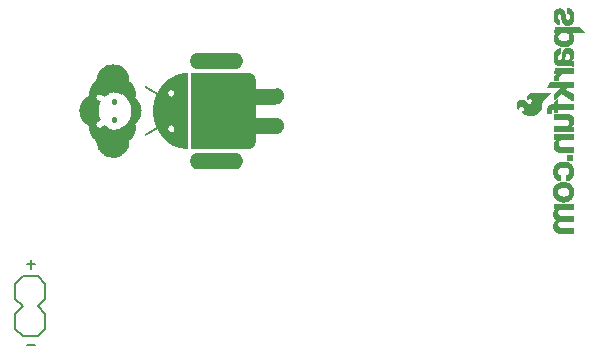
<source format=gbo>
G75*
G70*
%OFA0B0*%
%FSLAX24Y24*%
%IPPOS*%
%LPD*%
%AMOC8*
5,1,8,0,0,1.08239X$1,22.5*
%
%ADD10C,0.0080*%
%ADD11C,0.0010*%
%ADD12R,0.0191X0.0195*%
%ADD13R,0.0010X0.0110*%
%ADD14R,0.0010X0.0180*%
%ADD15R,0.0010X0.0170*%
%ADD16R,0.0010X0.0220*%
%ADD17R,0.0010X0.0280*%
%ADD18R,0.0010X0.0300*%
%ADD19R,0.0010X0.0320*%
%ADD20R,0.0010X0.0350*%
%ADD21R,0.0010X0.0380*%
%ADD22R,0.0010X0.0400*%
%ADD23R,0.0010X0.0420*%
%ADD24R,0.0010X0.0410*%
%ADD25R,0.0010X0.0430*%
%ADD26R,0.0010X0.0440*%
%ADD27R,0.0010X0.0450*%
%ADD28R,0.0010X0.0460*%
%ADD29R,0.0010X0.0470*%
%ADD30R,0.0010X0.0480*%
%ADD31R,0.0010X0.0490*%
%ADD32R,0.0010X0.0500*%
%ADD33R,0.0010X0.0510*%
%ADD34R,0.0010X0.0520*%
%ADD35R,0.0010X0.0530*%
%ADD36R,0.0010X0.0540*%
%ADD37R,0.0010X0.0550*%
%ADD38R,0.0010X0.0560*%
%ADD39R,0.0010X0.2150*%
%ADD40R,0.0010X0.2250*%
%ADD41R,0.0010X0.2290*%
%ADD42R,0.0010X0.2310*%
%ADD43R,0.0010X0.2330*%
%ADD44R,0.0010X0.2370*%
%ADD45R,0.0010X0.2390*%
%ADD46R,0.0010X0.2410*%
%ADD47R,0.0010X0.2420*%
%ADD48R,0.0010X0.2440*%
%ADD49R,0.0010X0.2450*%
%ADD50R,0.0010X0.2470*%
%ADD51R,0.0010X0.2480*%
%ADD52R,0.0010X0.2490*%
%ADD53R,0.0010X0.2500*%
%ADD54R,0.0010X0.2510*%
%ADD55R,0.0010X0.2520*%
%ADD56R,0.0010X0.2530*%
%ADD57R,0.0010X0.0050*%
%ADD58R,0.0010X0.0140*%
%ADD59R,0.0010X0.0150*%
%ADD60R,0.0010X0.0230*%
%ADD61R,0.0010X0.0260*%
%ADD62R,0.0010X0.0290*%
%ADD63R,0.0010X0.0310*%
%ADD64R,0.0010X0.0340*%
%ADD65R,0.0010X0.0370*%
%ADD66R,0.0010X0.0390*%
%ADD67R,0.0010X0.0360*%
%ADD68R,0.0010X0.0240*%
%ADD69R,0.0010X0.0200*%
%ADD70R,0.0010X0.0070*%
%ADD71R,0.0010X0.2540*%
%ADD72R,0.0010X0.2460*%
%ADD73R,0.0010X0.2430*%
%ADD74R,0.0010X0.2400*%
%ADD75R,0.0010X0.2380*%
%ADD76R,0.0010X0.2360*%
%ADD77R,0.0010X0.2340*%
%ADD78R,0.0010X0.1090*%
%ADD79R,0.0010X0.1060*%
%ADD80R,0.0010X0.1040*%
%ADD81R,0.0010X0.1020*%
%ADD82R,0.0010X0.1000*%
%ADD83R,0.0010X0.0980*%
%ADD84R,0.0010X0.0960*%
%ADD85R,0.0010X0.0970*%
%ADD86R,0.0010X0.0990*%
%ADD87R,0.0010X0.1080*%
%ADD88R,0.0010X0.1120*%
%ADD89R,0.0010X0.2060*%
%ADD90R,0.0010X0.2040*%
%ADD91R,0.0010X0.2020*%
%ADD92R,0.0010X0.2000*%
%ADD93R,0.0010X0.1990*%
%ADD94R,0.0010X0.1980*%
%ADD95R,0.0010X0.1960*%
%ADD96R,0.0010X0.1940*%
%ADD97R,0.0010X0.1920*%
%ADD98R,0.0010X0.1900*%
%ADD99R,0.0010X0.1880*%
%ADD100R,0.0010X0.1860*%
%ADD101R,0.0010X0.1840*%
%ADD102R,0.0010X0.1820*%
%ADD103R,0.0010X0.1800*%
%ADD104R,0.0010X0.1770*%
%ADD105R,0.0010X0.1760*%
%ADD106R,0.0010X0.1730*%
%ADD107R,0.0010X0.1700*%
%ADD108R,0.0010X0.1680*%
%ADD109R,0.0010X0.1660*%
%ADD110R,0.0010X0.1630*%
%ADD111R,0.0010X0.1600*%
%ADD112R,0.0010X0.1580*%
%ADD113R,0.0010X0.1560*%
%ADD114R,0.0010X0.1530*%
%ADD115R,0.0010X0.1490*%
%ADD116R,0.0010X0.1460*%
%ADD117R,0.0010X0.1440*%
%ADD118R,0.0010X0.1400*%
%ADD119R,0.0010X0.1360*%
%ADD120R,0.0010X0.1330*%
%ADD121R,0.0010X0.1300*%
%ADD122R,0.0010X0.1270*%
%ADD123R,0.0010X0.1210*%
%ADD124R,0.0010X0.1150*%
%ADD125R,0.0010X0.0080*%
%ADD126R,0.0010X0.0920*%
%ADD127R,0.0010X0.0820*%
%ADD128R,0.0010X0.0770*%
%ADD129R,0.0010X0.0720*%
%ADD130R,0.0010X0.0660*%
%ADD131R,0.0010X0.0060*%
%ADD132R,0.0010X0.0040*%
%ADD133R,0.0010X0.0020*%
%ADD134R,0.0010X0.0600*%
%ADD135R,0.0010X0.0630*%
%ADD136R,0.0010X0.0680*%
%ADD137R,0.0010X0.0710*%
%ADD138R,0.0010X0.0730*%
%ADD139R,0.0010X0.0750*%
%ADD140R,0.0010X0.0790*%
%ADD141R,0.0010X0.0810*%
%ADD142R,0.0010X0.0840*%
%ADD143R,0.0010X0.0190*%
%ADD144R,0.0010X0.1430*%
%ADD145R,0.0010X0.1480*%
%ADD146R,0.0010X0.1520*%
%ADD147R,0.0010X0.1620*%
%ADD148R,0.0010X0.1650*%
%ADD149R,0.0010X0.1740*%
%ADD150R,0.0010X0.1790*%
%ADD151R,0.0010X0.0780*%
%ADD152R,0.0010X0.0760*%
%ADD153R,0.0010X0.0740*%
%ADD154R,0.0010X0.0700*%
%ADD155R,0.0010X0.0690*%
%ADD156R,0.0010X0.0800*%
%ADD157R,0.0010X0.0830*%
%ADD158R,0.0010X0.0860*%
%ADD159R,0.0010X0.0850*%
%ADD160R,0.0010X0.0870*%
%ADD161R,0.0010X0.0880*%
%ADD162R,0.0010X0.0890*%
%ADD163R,0.0010X0.0900*%
%ADD164R,0.0010X0.0910*%
%ADD165R,0.0010X0.0100*%
%ADD166R,0.0010X0.0090*%
%ADD167R,0.0010X0.0120*%
%ADD168R,0.0010X0.0130*%
%ADD169R,0.0010X0.0930*%
%ADD170R,0.0010X0.0160*%
%ADD171R,0.0010X0.0940*%
%ADD172R,0.0010X0.0950*%
%ADD173R,0.0010X0.0030*%
%ADD174R,0.0010X0.0250*%
%ADD175R,0.0010X0.0670*%
%ADD176R,0.0010X0.0640*%
%ADD177R,0.0010X0.0620*%
%ADD178R,0.0010X0.1970*%
%ADD179R,0.0010X0.1950*%
%ADD180R,0.0010X0.1930*%
%ADD181R,0.0010X0.1720*%
%ADD182R,0.0010X0.1550*%
%ADD183R,0.0010X0.1470*%
%ADD184R,0.0010X0.1420*%
%ADD185R,0.0010X0.1280*%
%ADD186R,0.0010X0.0610*%
%ADD187R,0.0010X0.0570*%
%ADD188R,0.0010X0.0330*%
D10*
X005229Y003500D02*
X004979Y003750D01*
X004979Y004250D01*
X005229Y004500D01*
X004979Y004750D01*
X004979Y005250D01*
X005229Y005500D01*
X005729Y005500D01*
X005979Y005250D01*
X005979Y004750D01*
X005729Y004500D01*
X005979Y004250D01*
X005979Y003750D01*
X005729Y003500D01*
X005229Y003500D01*
X005359Y003200D02*
X005639Y003200D01*
X005499Y005760D02*
X005499Y006040D01*
X005639Y005900D02*
X005359Y005900D01*
D11*
X023048Y009910D02*
X023050Y009954D01*
X023054Y009977D01*
X023062Y009998D01*
X023075Y010017D01*
X023099Y010038D01*
X023126Y010053D01*
X023157Y010062D01*
X023188Y010065D01*
X023557Y010065D01*
X023557Y010231D01*
X022938Y010231D01*
X022938Y010072D01*
X023025Y010072D01*
X023025Y010069D01*
X023025Y010065D01*
X023022Y010062D01*
X023016Y010057D01*
X023001Y010046D01*
X023113Y010046D01*
X023098Y010037D02*
X022991Y010037D01*
X022983Y010030D02*
X022966Y010012D01*
X023072Y010012D01*
X023066Y010003D02*
X022961Y010003D01*
X022955Y009995D02*
X023061Y009995D01*
X023058Y009986D02*
X022950Y009986D01*
X022945Y009978D02*
X023054Y009978D01*
X023053Y009969D02*
X022941Y009969D01*
X022944Y009977D02*
X022929Y009937D01*
X022923Y009896D01*
X022925Y009817D01*
X022933Y009779D01*
X022950Y009743D01*
X022974Y009712D01*
X022997Y009693D01*
X023023Y009678D01*
X023050Y009667D01*
X023094Y009658D01*
X023138Y009654D01*
X023553Y009654D01*
X023553Y009815D01*
X023173Y009815D01*
X023144Y009818D01*
X023116Y009825D01*
X023090Y009838D01*
X023074Y009850D01*
X023061Y009866D01*
X023052Y009884D01*
X023049Y009897D01*
X023048Y009910D01*
X023050Y009954D01*
X023050Y009952D02*
X022935Y009952D01*
X022932Y009944D02*
X023050Y009944D01*
X023049Y009935D02*
X022929Y009935D01*
X022928Y009927D02*
X023049Y009927D01*
X023049Y009918D02*
X022927Y009918D01*
X022925Y009910D02*
X023048Y009910D01*
X023049Y009901D02*
X022924Y009901D01*
X022923Y009893D02*
X023050Y009893D01*
X023052Y009884D02*
X022924Y009884D01*
X022924Y009876D02*
X023056Y009876D01*
X023061Y009867D02*
X022924Y009867D01*
X022924Y009859D02*
X023067Y009859D01*
X023074Y009850D02*
X022924Y009850D01*
X022925Y009842D02*
X023085Y009842D01*
X022926Y009817D02*
X022930Y009794D01*
X022936Y009772D01*
X022946Y009750D01*
X022959Y009730D01*
X022975Y009713D01*
X022973Y009714D02*
X023553Y009714D01*
X023553Y009706D02*
X022982Y009706D01*
X022992Y009697D02*
X023553Y009697D01*
X023553Y009689D02*
X023004Y009689D01*
X023018Y009680D02*
X023553Y009680D01*
X023553Y009672D02*
X023038Y009672D01*
X023068Y009663D02*
X023553Y009663D01*
X023553Y009655D02*
X023129Y009655D01*
X023138Y009654D02*
X023553Y009654D01*
X023553Y009815D01*
X023173Y009815D01*
X023159Y009816D02*
X022925Y009816D01*
X022927Y009808D02*
X023553Y009808D01*
X023553Y009799D02*
X022929Y009799D01*
X022931Y009791D02*
X023553Y009791D01*
X023553Y009782D02*
X022933Y009782D01*
X022936Y009774D02*
X023553Y009774D01*
X023553Y009765D02*
X022940Y009765D01*
X022944Y009757D02*
X023553Y009757D01*
X023553Y009748D02*
X022948Y009748D01*
X022952Y009740D02*
X023553Y009740D01*
X023553Y009731D02*
X022959Y009731D01*
X022966Y009723D02*
X023553Y009723D01*
X022924Y009817D02*
X022922Y009856D01*
X022923Y009896D01*
X022925Y009833D02*
X023100Y009833D01*
X022975Y009712D02*
X022991Y009697D01*
X023010Y009684D01*
X023030Y009674D01*
X023051Y009667D01*
X023119Y009825D02*
X022925Y009825D01*
X022938Y009961D02*
X023051Y009961D01*
X023079Y010020D02*
X022974Y010020D01*
X022966Y010012D02*
X022944Y009977D01*
X022981Y010029D02*
X023088Y010029D01*
X023131Y010054D02*
X023013Y010054D01*
X023023Y010063D02*
X023167Y010063D01*
X023215Y010065D02*
X023557Y010065D01*
X023557Y010231D01*
X022938Y010231D01*
X022938Y010072D01*
X023025Y010072D01*
X023025Y010069D01*
X023025Y010071D02*
X023557Y010071D01*
X023557Y010080D02*
X022938Y010080D01*
X022938Y010088D02*
X023557Y010088D01*
X023557Y010097D02*
X022938Y010097D01*
X022938Y010105D02*
X023557Y010105D01*
X023557Y010114D02*
X022938Y010114D01*
X022938Y010122D02*
X023557Y010122D01*
X023557Y010131D02*
X022938Y010131D01*
X022938Y010139D02*
X023557Y010139D01*
X023557Y010148D02*
X022938Y010148D01*
X022938Y010156D02*
X023557Y010156D01*
X023557Y010165D02*
X022938Y010165D01*
X022938Y010173D02*
X023557Y010173D01*
X023557Y010182D02*
X022938Y010182D01*
X022938Y010190D02*
X023557Y010190D01*
X023557Y010199D02*
X022938Y010199D01*
X022938Y010207D02*
X023557Y010207D01*
X023557Y010216D02*
X022938Y010216D01*
X022938Y010224D02*
X023557Y010224D01*
X023554Y010329D02*
X022939Y010329D01*
X022939Y010495D01*
X023266Y010495D01*
X023315Y010498D01*
X023363Y010507D01*
X023386Y010516D01*
X023406Y010529D01*
X023422Y010547D01*
X023434Y010568D01*
X023443Y010596D01*
X023446Y010626D01*
X023442Y010655D01*
X023433Y010683D01*
X023570Y010683D01*
X023569Y010675D02*
X023436Y010675D01*
X023433Y010683D02*
X023424Y010699D01*
X023411Y010714D01*
X023396Y010725D01*
X023365Y010739D01*
X023331Y010745D01*
X022937Y010745D01*
X022937Y010908D01*
X023362Y010908D01*
X023406Y010904D01*
X023447Y010892D01*
X023486Y010873D01*
X023521Y010847D01*
X023530Y010837D01*
X023551Y010802D01*
X023565Y010763D01*
X023570Y010722D01*
X023569Y010663D01*
X023560Y010605D01*
X023557Y010595D01*
X023552Y010585D01*
X023526Y010548D01*
X023496Y010516D01*
X023460Y010488D01*
X023460Y010487D01*
X023554Y010487D01*
X023554Y010329D01*
X023554Y010335D02*
X022939Y010335D01*
X022939Y010343D02*
X023554Y010343D01*
X023554Y010352D02*
X022939Y010352D01*
X022939Y010360D02*
X023554Y010360D01*
X023554Y010369D02*
X022939Y010369D01*
X022939Y010377D02*
X023554Y010377D01*
X023554Y010386D02*
X022939Y010386D01*
X022939Y010394D02*
X023554Y010394D01*
X023554Y010403D02*
X022939Y010403D01*
X022939Y010411D02*
X023554Y010411D01*
X023554Y010420D02*
X022939Y010420D01*
X022939Y010428D02*
X023554Y010428D01*
X023554Y010437D02*
X022939Y010437D01*
X022939Y010445D02*
X023554Y010445D01*
X023554Y010454D02*
X022939Y010454D01*
X022939Y010462D02*
X023554Y010462D01*
X023554Y010471D02*
X022939Y010471D01*
X022939Y010479D02*
X023554Y010479D01*
X023501Y010522D02*
X023395Y010522D01*
X023407Y010530D02*
X023509Y010530D01*
X023517Y010539D02*
X023415Y010539D01*
X023423Y010547D02*
X023525Y010547D01*
X023532Y010556D02*
X023427Y010556D01*
X023432Y010564D02*
X023538Y010564D01*
X023544Y010573D02*
X023436Y010573D01*
X023438Y010581D02*
X023550Y010581D01*
X023555Y010590D02*
X023441Y010590D01*
X023443Y010598D02*
X023558Y010598D01*
X023561Y010607D02*
X023444Y010607D01*
X023445Y010615D02*
X023562Y010615D01*
X023563Y010624D02*
X023446Y010624D01*
X023445Y010632D02*
X023564Y010632D01*
X023566Y010641D02*
X023444Y010641D01*
X023443Y010649D02*
X023567Y010649D01*
X023568Y010658D02*
X023442Y010658D01*
X023439Y010666D02*
X023569Y010666D01*
X023570Y010692D02*
X023428Y010692D01*
X023423Y010700D02*
X023570Y010700D01*
X023570Y010709D02*
X023416Y010709D01*
X023407Y010717D02*
X023570Y010717D01*
X023570Y010726D02*
X023395Y010726D01*
X023376Y010734D02*
X023569Y010734D01*
X023567Y010743D02*
X023344Y010743D01*
X023403Y010904D02*
X022937Y010904D01*
X022937Y010896D02*
X023435Y010896D01*
X023457Y010887D02*
X022937Y010887D01*
X022937Y010879D02*
X023475Y010879D01*
X023490Y010870D02*
X022937Y010870D01*
X022937Y010862D02*
X023502Y010862D01*
X023513Y010853D02*
X022937Y010853D01*
X022937Y010845D02*
X023523Y010845D01*
X023531Y010836D02*
X022937Y010836D01*
X022937Y010828D02*
X023536Y010828D01*
X023541Y010819D02*
X022937Y010819D01*
X022937Y010811D02*
X023546Y010811D01*
X023551Y010802D02*
X022937Y010802D01*
X022937Y010794D02*
X023554Y010794D01*
X023557Y010785D02*
X022937Y010785D01*
X022937Y010777D02*
X023560Y010777D01*
X023563Y010768D02*
X022937Y010768D01*
X022937Y010760D02*
X023565Y010760D01*
X023566Y010751D02*
X022937Y010751D01*
X022939Y010966D02*
X023044Y010966D01*
X023044Y011084D01*
X023557Y011084D01*
X023557Y011248D01*
X023045Y011248D01*
X023044Y011405D01*
X022939Y011300D01*
X022939Y011246D01*
X022921Y011246D01*
X022837Y011239D01*
X022815Y011233D01*
X022794Y011223D01*
X022775Y011210D01*
X022747Y011181D01*
X022726Y011147D01*
X022711Y011109D01*
X022704Y011069D01*
X022704Y011008D01*
X022707Y010956D01*
X022707Y010955D01*
X022826Y010955D01*
X022826Y010958D01*
X022825Y010969D01*
X022822Y011006D01*
X022704Y011006D01*
X022705Y010998D02*
X022823Y010998D01*
X022822Y011006D02*
X022825Y011042D01*
X022830Y011054D01*
X022837Y011065D01*
X022847Y011073D01*
X022865Y011080D01*
X022884Y011083D01*
X022939Y011083D01*
X022939Y010966D01*
X022939Y010972D02*
X023044Y010972D01*
X023044Y010981D02*
X022939Y010981D01*
X022939Y010989D02*
X023044Y010989D01*
X023044Y010998D02*
X022939Y010998D01*
X022939Y011006D02*
X023044Y011006D01*
X023044Y011015D02*
X022939Y011015D01*
X022939Y011023D02*
X023044Y011023D01*
X023044Y011032D02*
X022939Y011032D01*
X022939Y011040D02*
X023044Y011040D01*
X023044Y011049D02*
X022939Y011049D01*
X022939Y011057D02*
X023044Y011057D01*
X023044Y011066D02*
X022939Y011066D01*
X022939Y011074D02*
X023044Y011074D01*
X023044Y011083D02*
X022939Y011083D01*
X022883Y011083D02*
X022707Y011083D01*
X022708Y011091D02*
X023557Y011091D01*
X023557Y011100D02*
X022710Y011100D01*
X022711Y011108D02*
X023557Y011108D01*
X023557Y011117D02*
X022714Y011117D01*
X022718Y011125D02*
X023557Y011125D01*
X023557Y011134D02*
X022721Y011134D01*
X022724Y011142D02*
X023557Y011142D01*
X023557Y011151D02*
X022728Y011151D01*
X022734Y011159D02*
X023557Y011159D01*
X023557Y011168D02*
X022739Y011168D01*
X022745Y011176D02*
X023557Y011176D01*
X023557Y011185D02*
X022751Y011185D01*
X022759Y011193D02*
X023557Y011193D01*
X023557Y011202D02*
X022767Y011202D01*
X022776Y011210D02*
X023557Y011210D01*
X023557Y011219D02*
X022788Y011219D01*
X022802Y011227D02*
X023557Y011227D01*
X023557Y011236D02*
X022825Y011236D01*
X022901Y011244D02*
X023557Y011244D01*
X023555Y011361D02*
X023554Y011561D01*
X023277Y011729D01*
X023274Y011731D01*
X023343Y011802D01*
X023558Y011802D01*
X023558Y011965D01*
X023556Y011967D01*
X022795Y011967D01*
X023557Y011967D01*
X023558Y011958D02*
X022790Y011958D01*
X022786Y011950D02*
X023558Y011950D01*
X023558Y011941D02*
X022781Y011941D01*
X022776Y011933D02*
X023558Y011933D01*
X023558Y011924D02*
X022771Y011924D01*
X022766Y011916D02*
X023558Y011916D01*
X023558Y011907D02*
X022761Y011907D01*
X022756Y011899D02*
X023558Y011899D01*
X023558Y011890D02*
X022752Y011890D01*
X022747Y011882D02*
X023558Y011882D01*
X023558Y011873D02*
X022742Y011873D01*
X022737Y011865D02*
X023558Y011865D01*
X023558Y011856D02*
X022732Y011856D01*
X022727Y011848D02*
X023558Y011848D01*
X023558Y011839D02*
X022722Y011839D01*
X022718Y011831D02*
X023558Y011831D01*
X023558Y011822D02*
X022713Y011822D01*
X022708Y011814D02*
X023558Y011814D01*
X023558Y011805D02*
X022703Y011805D01*
X022702Y011804D02*
X023164Y011804D01*
X022940Y011580D01*
X022940Y011396D01*
X023162Y011623D01*
X023555Y011361D01*
X023555Y011363D02*
X023552Y011363D01*
X023555Y011372D02*
X023539Y011372D01*
X023526Y011380D02*
X023555Y011380D01*
X023555Y011389D02*
X023514Y011389D01*
X023501Y011397D02*
X023555Y011397D01*
X023555Y011406D02*
X023488Y011406D01*
X023475Y011414D02*
X023555Y011414D01*
X023555Y011423D02*
X023463Y011423D01*
X023450Y011431D02*
X023555Y011431D01*
X023555Y011440D02*
X023437Y011440D01*
X023424Y011448D02*
X023555Y011448D01*
X023555Y011457D02*
X023412Y011457D01*
X023399Y011465D02*
X023555Y011465D01*
X023555Y011474D02*
X023386Y011474D01*
X023373Y011482D02*
X023555Y011482D01*
X023555Y011491D02*
X023361Y011491D01*
X023348Y011499D02*
X023555Y011499D01*
X023555Y011508D02*
X023335Y011508D01*
X023322Y011516D02*
X023555Y011516D01*
X023555Y011525D02*
X023310Y011525D01*
X023297Y011533D02*
X023554Y011533D01*
X023554Y011542D02*
X023284Y011542D01*
X023271Y011550D02*
X023554Y011550D01*
X023554Y011559D02*
X023259Y011559D01*
X023246Y011567D02*
X023544Y011567D01*
X023530Y011576D02*
X023233Y011576D01*
X023220Y011584D02*
X023516Y011584D01*
X023502Y011593D02*
X023208Y011593D01*
X023195Y011601D02*
X023488Y011601D01*
X023474Y011610D02*
X023182Y011610D01*
X023169Y011618D02*
X023460Y011618D01*
X023446Y011627D02*
X022987Y011627D01*
X022996Y011635D02*
X023432Y011635D01*
X023418Y011644D02*
X023004Y011644D01*
X023013Y011652D02*
X023404Y011652D01*
X023390Y011661D02*
X023021Y011661D01*
X023030Y011669D02*
X023376Y011669D01*
X023362Y011678D02*
X023038Y011678D01*
X023047Y011686D02*
X023348Y011686D01*
X023334Y011695D02*
X023055Y011695D01*
X023064Y011703D02*
X023320Y011703D01*
X023306Y011712D02*
X023072Y011712D01*
X023081Y011720D02*
X023292Y011720D01*
X023278Y011729D02*
X023089Y011729D01*
X023098Y011737D02*
X023280Y011737D01*
X023289Y011746D02*
X023106Y011746D01*
X023115Y011754D02*
X023297Y011754D01*
X023305Y011763D02*
X023123Y011763D01*
X023132Y011771D02*
X023314Y011771D01*
X023322Y011780D02*
X023140Y011780D01*
X023149Y011788D02*
X023330Y011788D01*
X023338Y011797D02*
X023157Y011797D01*
X023158Y011618D02*
X022979Y011618D01*
X022970Y011610D02*
X023149Y011610D01*
X023141Y011601D02*
X022962Y011601D01*
X022953Y011593D02*
X023133Y011593D01*
X023125Y011584D02*
X022945Y011584D01*
X022940Y011576D02*
X023116Y011576D01*
X023108Y011567D02*
X022940Y011567D01*
X022940Y011559D02*
X023100Y011559D01*
X023091Y011550D02*
X022940Y011550D01*
X022940Y011542D02*
X023083Y011542D01*
X023075Y011533D02*
X022940Y011533D01*
X022940Y011525D02*
X023066Y011525D01*
X023058Y011516D02*
X022940Y011516D01*
X022940Y011508D02*
X023050Y011508D01*
X023041Y011499D02*
X022940Y011499D01*
X022940Y011491D02*
X023033Y011491D01*
X023025Y011482D02*
X022940Y011482D01*
X022940Y011474D02*
X023016Y011474D01*
X023008Y011465D02*
X022940Y011465D01*
X022940Y011457D02*
X023000Y011457D01*
X022991Y011448D02*
X022940Y011448D01*
X022940Y011440D02*
X022983Y011440D01*
X022975Y011431D02*
X022940Y011431D01*
X022940Y011423D02*
X022967Y011423D01*
X022958Y011414D02*
X022940Y011414D01*
X022940Y011406D02*
X022950Y011406D01*
X022942Y011397D02*
X022940Y011397D01*
X022986Y011346D02*
X023045Y011346D01*
X023045Y011338D02*
X022977Y011338D01*
X022969Y011329D02*
X023045Y011329D01*
X023045Y011321D02*
X022960Y011321D01*
X022952Y011312D02*
X023045Y011312D01*
X023045Y011304D02*
X022943Y011304D01*
X022939Y011295D02*
X023045Y011295D01*
X023045Y011287D02*
X022939Y011287D01*
X022939Y011278D02*
X023045Y011278D01*
X023045Y011270D02*
X022939Y011270D01*
X022939Y011261D02*
X023045Y011261D01*
X023045Y011253D02*
X022939Y011253D01*
X022994Y011355D02*
X023045Y011355D01*
X023045Y011363D02*
X023003Y011363D01*
X023011Y011372D02*
X023045Y011372D01*
X023044Y011380D02*
X023020Y011380D01*
X023028Y011389D02*
X023044Y011389D01*
X023044Y011397D02*
X023037Y011397D01*
X022793Y011611D02*
X022577Y011419D01*
X022546Y011385D01*
X022522Y011345D01*
X022517Y011330D01*
X022514Y011315D01*
X022514Y011225D01*
X022509Y011171D01*
X022495Y011119D01*
X022471Y011071D01*
X022439Y011025D01*
X022401Y010985D01*
X022357Y010950D01*
X022291Y010913D01*
X022219Y010888D01*
X022144Y010877D01*
X022068Y010879D01*
X022027Y010887D01*
X022215Y010887D01*
X022242Y010896D02*
X022003Y010896D01*
X021988Y010901D02*
X021951Y010921D01*
X022306Y010921D01*
X022291Y010913D02*
X021967Y010913D01*
X021951Y010921D02*
X021907Y010957D01*
X021870Y011001D01*
X021905Y011001D01*
X021911Y011002D01*
X021916Y011004D01*
X021931Y011016D01*
X021941Y011031D01*
X021944Y011039D01*
X021947Y011062D01*
X021943Y011084D01*
X021932Y011104D01*
X021906Y011140D01*
X021892Y011157D01*
X021875Y011171D01*
X021857Y011183D01*
X021836Y011191D01*
X021823Y011194D01*
X021810Y011193D01*
X021789Y011186D01*
X021769Y011175D01*
X021754Y011158D01*
X021743Y011138D01*
X021738Y011118D01*
X021735Y011097D01*
X021735Y011073D01*
X021735Y011073D01*
X021734Y011074D01*
X021735Y011074D01*
X021734Y011074D02*
X021721Y011091D01*
X021712Y011111D01*
X021706Y011125D01*
X021702Y011134D01*
X021694Y011169D01*
X021690Y011204D01*
X021693Y011238D01*
X021702Y011271D01*
X021717Y011302D01*
X021739Y011333D01*
X021765Y011360D01*
X021789Y011377D01*
X021816Y011388D01*
X021845Y011391D01*
X021874Y011387D01*
X021901Y011376D01*
X021971Y011329D01*
X022031Y011272D01*
X022049Y011257D01*
X022070Y011247D01*
X022093Y011243D01*
X022116Y011244D01*
X022138Y011252D01*
X022157Y011265D01*
X022172Y011283D01*
X022184Y011305D01*
X022192Y011329D01*
X022196Y011354D01*
X022195Y011383D01*
X022186Y011411D01*
X022171Y011436D01*
X022157Y011449D01*
X022140Y011458D01*
X022123Y011462D01*
X022105Y011462D01*
X022087Y011458D01*
X022081Y011454D01*
X022075Y011449D01*
X022051Y011416D01*
X022048Y011410D01*
X022047Y011403D01*
X022047Y011396D01*
X022044Y011415D01*
X022041Y011452D01*
X022044Y011489D01*
X022052Y011517D01*
X022064Y011542D01*
X022716Y011542D01*
X022725Y011550D02*
X022071Y011550D01*
X022064Y011542D02*
X022082Y011565D01*
X022103Y011583D01*
X022132Y011599D01*
X022164Y011608D01*
X022196Y011611D01*
X022793Y011611D01*
X022792Y011610D02*
X022182Y011610D01*
X022141Y011601D02*
X022782Y011601D01*
X022773Y011593D02*
X022121Y011593D01*
X022106Y011584D02*
X022763Y011584D01*
X022754Y011576D02*
X022095Y011576D01*
X022085Y011567D02*
X022744Y011567D01*
X022735Y011559D02*
X022077Y011559D01*
X022060Y011533D02*
X022706Y011533D01*
X022696Y011525D02*
X022056Y011525D01*
X022052Y011516D02*
X022687Y011516D01*
X022677Y011508D02*
X022049Y011508D01*
X022047Y011499D02*
X022668Y011499D01*
X022658Y011491D02*
X022045Y011491D01*
X022044Y011482D02*
X022649Y011482D01*
X022639Y011474D02*
X022043Y011474D01*
X022042Y011465D02*
X022629Y011465D01*
X022620Y011457D02*
X022143Y011457D01*
X022158Y011448D02*
X022610Y011448D01*
X022601Y011440D02*
X022167Y011440D01*
X022174Y011431D02*
X022591Y011431D01*
X022582Y011423D02*
X022179Y011423D01*
X022184Y011414D02*
X022573Y011414D01*
X022565Y011406D02*
X022188Y011406D01*
X022191Y011397D02*
X022557Y011397D01*
X022550Y011389D02*
X022193Y011389D01*
X022195Y011380D02*
X022543Y011380D01*
X022538Y011372D02*
X022195Y011372D01*
X022196Y011363D02*
X022533Y011363D01*
X022528Y011355D02*
X022196Y011355D01*
X022195Y011346D02*
X022523Y011346D01*
X022520Y011338D02*
X022194Y011338D01*
X022192Y011329D02*
X022517Y011329D01*
X022515Y011321D02*
X022190Y011321D01*
X022187Y011312D02*
X022514Y011312D01*
X022514Y011304D02*
X022184Y011304D01*
X022179Y011295D02*
X022514Y011295D01*
X022514Y011287D02*
X022174Y011287D01*
X022168Y011278D02*
X022514Y011278D01*
X022514Y011270D02*
X022161Y011270D01*
X022151Y011261D02*
X022514Y011261D01*
X022514Y011253D02*
X022139Y011253D01*
X022114Y011244D02*
X022514Y011244D01*
X022514Y011236D02*
X021693Y011236D01*
X021695Y011244D02*
X022084Y011244D01*
X022058Y011253D02*
X021697Y011253D01*
X021699Y011261D02*
X022044Y011261D01*
X022034Y011270D02*
X021702Y011270D01*
X021706Y011278D02*
X022025Y011278D01*
X022016Y011287D02*
X021710Y011287D01*
X021714Y011295D02*
X022007Y011295D01*
X021998Y011304D02*
X021719Y011304D01*
X021725Y011312D02*
X021989Y011312D01*
X021980Y011321D02*
X021731Y011321D01*
X021737Y011329D02*
X021971Y011329D01*
X021958Y011338D02*
X021744Y011338D01*
X021752Y011346D02*
X021945Y011346D01*
X021933Y011355D02*
X021760Y011355D01*
X021770Y011363D02*
X021920Y011363D01*
X021908Y011372D02*
X021782Y011372D01*
X021798Y011380D02*
X021891Y011380D01*
X021861Y011389D02*
X021827Y011389D01*
X021825Y011193D02*
X022511Y011193D01*
X022511Y011185D02*
X021851Y011185D01*
X021867Y011176D02*
X022510Y011176D01*
X022508Y011168D02*
X021879Y011168D01*
X021889Y011159D02*
X022506Y011159D01*
X022504Y011151D02*
X021897Y011151D01*
X021904Y011142D02*
X022501Y011142D01*
X022499Y011134D02*
X021911Y011134D01*
X021917Y011125D02*
X022497Y011125D01*
X022494Y011117D02*
X021923Y011117D01*
X021929Y011108D02*
X022490Y011108D01*
X022485Y011100D02*
X021934Y011100D01*
X021939Y011091D02*
X022481Y011091D01*
X022477Y011083D02*
X021943Y011083D01*
X021944Y011074D02*
X022473Y011074D01*
X022468Y011066D02*
X021946Y011066D01*
X021946Y011057D02*
X022462Y011057D01*
X022456Y011049D02*
X021945Y011049D01*
X021944Y011040D02*
X022450Y011040D01*
X022444Y011032D02*
X021942Y011032D01*
X021936Y011023D02*
X022437Y011023D01*
X022429Y011015D02*
X021930Y011015D01*
X021919Y011006D02*
X022421Y011006D01*
X022413Y010998D02*
X021873Y010998D01*
X021880Y010989D02*
X022405Y010989D01*
X022396Y010981D02*
X021887Y010981D01*
X021894Y010972D02*
X022385Y010972D01*
X022375Y010964D02*
X021901Y010964D01*
X021908Y010955D02*
X022364Y010955D01*
X022352Y010947D02*
X021919Y010947D01*
X021930Y010938D02*
X022337Y010938D01*
X022321Y010930D02*
X021940Y010930D01*
X021982Y010904D02*
X022267Y010904D01*
X022159Y010879D02*
X022075Y010879D01*
X022027Y010887D02*
X021988Y010901D01*
X021735Y011083D02*
X021727Y011083D01*
X021721Y011091D02*
X021735Y011091D01*
X021736Y011100D02*
X021717Y011100D01*
X021713Y011108D02*
X021737Y011108D01*
X021738Y011117D02*
X021710Y011117D01*
X021706Y011125D02*
X021740Y011125D01*
X021742Y011134D02*
X021702Y011134D01*
X021700Y011142D02*
X021746Y011142D01*
X021750Y011151D02*
X021698Y011151D01*
X021696Y011159D02*
X021755Y011159D01*
X021763Y011168D02*
X021694Y011168D01*
X021693Y011176D02*
X021772Y011176D01*
X021786Y011185D02*
X021692Y011185D01*
X021691Y011193D02*
X021818Y011193D01*
X021691Y011202D02*
X022512Y011202D01*
X022513Y011210D02*
X021691Y011210D01*
X021691Y011219D02*
X022514Y011219D01*
X022514Y011227D02*
X021692Y011227D01*
X022047Y011397D02*
X022047Y011397D01*
X022046Y011406D02*
X022047Y011406D01*
X022044Y011414D02*
X022050Y011414D01*
X022044Y011423D02*
X022056Y011423D01*
X022062Y011431D02*
X022043Y011431D01*
X022042Y011440D02*
X022069Y011440D01*
X022075Y011448D02*
X022042Y011448D01*
X022042Y011457D02*
X022085Y011457D01*
X022702Y011804D02*
X022795Y011967D01*
X022927Y012041D02*
X023079Y012041D01*
X023079Y012042D01*
X023078Y012048D01*
X023073Y012072D01*
X023073Y012133D01*
X023077Y012155D01*
X023084Y012176D01*
X023095Y012196D01*
X023118Y012223D01*
X023146Y012244D01*
X023178Y012259D01*
X023211Y012267D01*
X023245Y012270D01*
X023553Y012270D01*
X023553Y012434D01*
X022967Y012433D01*
X022940Y012281D01*
X023053Y012281D01*
X023055Y012277D01*
X023053Y012271D01*
X023041Y012263D01*
X023000Y012236D01*
X022985Y012224D01*
X022973Y012208D01*
X022950Y012173D01*
X022936Y012149D01*
X022928Y012123D01*
X022924Y012095D01*
X022927Y012041D01*
X022927Y012043D02*
X023079Y012043D01*
X023078Y012052D02*
X022927Y012052D01*
X022926Y012060D02*
X023076Y012060D01*
X023074Y012069D02*
X022926Y012069D01*
X022925Y012077D02*
X023073Y012077D01*
X023073Y012086D02*
X022925Y012086D01*
X022924Y012094D02*
X023073Y012094D01*
X023073Y012103D02*
X022925Y012103D01*
X022926Y012111D02*
X023073Y012111D01*
X023073Y012120D02*
X022927Y012120D01*
X022930Y012128D02*
X023073Y012128D01*
X023074Y012137D02*
X022932Y012137D01*
X022935Y012145D02*
X023075Y012145D01*
X023077Y012154D02*
X022939Y012154D01*
X022944Y012162D02*
X023080Y012162D01*
X023083Y012171D02*
X022949Y012171D01*
X022954Y012179D02*
X023086Y012179D01*
X023091Y012188D02*
X022960Y012188D01*
X022966Y012196D02*
X023096Y012196D01*
X023103Y012205D02*
X022971Y012205D01*
X022977Y012213D02*
X023110Y012213D01*
X023117Y012222D02*
X022984Y012222D01*
X022993Y012230D02*
X023128Y012230D01*
X023139Y012239D02*
X023005Y012239D01*
X023018Y012247D02*
X023153Y012247D01*
X023171Y012256D02*
X023030Y012256D01*
X023043Y012264D02*
X023200Y012264D01*
X023054Y012273D02*
X023553Y012273D01*
X023553Y012281D02*
X022940Y012281D01*
X022942Y012290D02*
X023553Y012290D01*
X023553Y012298D02*
X022943Y012298D01*
X022945Y012307D02*
X023553Y012307D01*
X023553Y012315D02*
X022946Y012315D01*
X022948Y012324D02*
X023553Y012324D01*
X023553Y012332D02*
X022949Y012332D01*
X022951Y012341D02*
X023553Y012341D01*
X023553Y012349D02*
X022952Y012349D01*
X022954Y012358D02*
X023553Y012358D01*
X023553Y012366D02*
X022955Y012366D01*
X022957Y012375D02*
X023553Y012375D01*
X023553Y012383D02*
X022959Y012383D01*
X022960Y012392D02*
X023553Y012392D01*
X023553Y012400D02*
X022962Y012400D01*
X022963Y012409D02*
X023553Y012409D01*
X023553Y012417D02*
X022965Y012417D01*
X022966Y012426D02*
X023553Y012426D01*
X023553Y012520D02*
X023545Y012523D01*
X023494Y012537D01*
X023440Y012541D01*
X023269Y012540D01*
X023269Y012701D01*
X023302Y012701D01*
X023346Y012704D01*
X023388Y012712D01*
X023395Y012714D01*
X023406Y012719D01*
X023415Y012725D01*
X023444Y012755D01*
X023452Y012767D01*
X023457Y012781D01*
X023463Y012823D01*
X023461Y012884D01*
X023457Y012903D01*
X023449Y012921D01*
X023436Y012936D01*
X023426Y012944D01*
X023413Y012950D01*
X023400Y012953D01*
X023376Y012953D01*
X023353Y012949D01*
X023330Y012940D01*
X023318Y012931D01*
X023307Y012920D01*
X023296Y012901D01*
X023288Y012879D01*
X023283Y012857D01*
X023277Y012800D01*
X023271Y012761D01*
X023259Y012723D01*
X023255Y012715D01*
X023159Y012715D01*
X023155Y012711D02*
X023166Y012723D01*
X023177Y012741D01*
X023183Y012760D01*
X023192Y012812D01*
X023201Y012899D01*
X023212Y012960D01*
X023231Y013018D01*
X023246Y013045D01*
X023265Y013069D01*
X023289Y013089D01*
X023488Y013089D01*
X023482Y013092D02*
X023501Y013081D01*
X023518Y013066D01*
X023531Y013048D01*
X023555Y012998D01*
X023567Y012944D01*
X023569Y012880D01*
X023559Y012816D01*
X023545Y012775D01*
X023524Y012738D01*
X023496Y012705D01*
X023495Y012703D01*
X023495Y012700D01*
X023495Y012698D01*
X023497Y012696D01*
X023499Y012695D01*
X023540Y012686D01*
X023551Y012683D01*
X023553Y012682D01*
X023553Y012681D01*
X023269Y012681D01*
X023265Y012681D02*
X022938Y012681D01*
X022936Y012689D02*
X023265Y012689D01*
X023269Y012689D02*
X023525Y012689D01*
X023553Y012681D02*
X023553Y012679D01*
X023553Y012520D01*
X023553Y012528D02*
X023527Y012528D01*
X023553Y012536D02*
X023496Y012536D01*
X023553Y012545D02*
X023269Y012545D01*
X023265Y012545D02*
X023046Y012545D01*
X023019Y012555D01*
X022995Y012572D01*
X022976Y012594D01*
X022949Y012645D01*
X022932Y012701D01*
X022923Y012769D01*
X022923Y012838D01*
X022931Y012907D01*
X022944Y012955D01*
X022965Y013001D01*
X022988Y013033D01*
X023017Y013060D01*
X023050Y013081D01*
X023087Y013094D01*
X023126Y013099D01*
X023125Y013100D01*
X023125Y012933D01*
X023123Y012933D01*
X023102Y012930D01*
X023081Y012923D01*
X023063Y012910D01*
X022932Y012910D01*
X022931Y012902D02*
X023055Y012902D01*
X023048Y012894D02*
X023037Y012875D01*
X023031Y012852D01*
X023028Y012828D01*
X023030Y012774D01*
X023033Y012759D01*
X023038Y012744D01*
X023046Y012731D01*
X023056Y012720D01*
X023068Y012712D01*
X023081Y012706D01*
X023103Y012701D01*
X023125Y012701D01*
X023146Y012706D01*
X023151Y012708D01*
X023155Y012711D01*
X023147Y012706D02*
X023246Y012706D01*
X023249Y012708D02*
X023241Y012703D01*
X023241Y012701D01*
X023265Y012701D01*
X023265Y012541D01*
X023075Y012541D01*
X023046Y012545D01*
X023024Y012553D02*
X023265Y012553D01*
X023269Y012553D02*
X023553Y012553D01*
X023553Y012562D02*
X023269Y012562D01*
X023265Y012562D02*
X023010Y012562D01*
X022998Y012570D02*
X023265Y012570D01*
X023269Y012570D02*
X023553Y012570D01*
X023553Y012579D02*
X023269Y012579D01*
X023265Y012579D02*
X022989Y012579D01*
X022982Y012587D02*
X023265Y012587D01*
X023269Y012587D02*
X023553Y012587D01*
X023553Y012596D02*
X023269Y012596D01*
X023265Y012596D02*
X022975Y012596D01*
X022971Y012604D02*
X023265Y012604D01*
X023269Y012604D02*
X023553Y012604D01*
X023553Y012613D02*
X023269Y012613D01*
X023265Y012613D02*
X022966Y012613D01*
X022962Y012621D02*
X023265Y012621D01*
X023269Y012621D02*
X023553Y012621D01*
X023553Y012630D02*
X023269Y012630D01*
X023265Y012630D02*
X022957Y012630D01*
X022953Y012638D02*
X023265Y012638D01*
X023269Y012638D02*
X023553Y012638D01*
X023553Y012647D02*
X023269Y012647D01*
X023265Y012647D02*
X022949Y012647D01*
X022946Y012655D02*
X023265Y012655D01*
X023269Y012655D02*
X023553Y012655D01*
X023553Y012664D02*
X023269Y012664D01*
X023265Y012664D02*
X022943Y012664D01*
X022941Y012672D02*
X023265Y012672D01*
X023269Y012672D02*
X023553Y012672D01*
X023495Y012698D02*
X023269Y012698D01*
X023265Y012698D02*
X022933Y012698D01*
X022932Y012706D02*
X023081Y012706D01*
X023064Y012715D02*
X022930Y012715D01*
X022929Y012723D02*
X023053Y012723D01*
X023046Y012732D02*
X022928Y012732D01*
X022927Y012740D02*
X023041Y012740D01*
X023037Y012749D02*
X022926Y012749D01*
X022925Y012757D02*
X023033Y012757D01*
X023032Y012766D02*
X022924Y012766D01*
X022923Y012774D02*
X023030Y012774D01*
X023030Y012783D02*
X022923Y012783D01*
X022923Y012791D02*
X023030Y012791D01*
X023029Y012800D02*
X022923Y012800D01*
X022923Y012808D02*
X023029Y012808D01*
X023029Y012817D02*
X022923Y012817D01*
X022923Y012825D02*
X023028Y012825D01*
X023029Y012834D02*
X022923Y012834D01*
X022923Y012842D02*
X023030Y012842D01*
X023030Y012851D02*
X022924Y012851D01*
X022926Y012859D02*
X023033Y012859D01*
X023035Y012868D02*
X022927Y012868D01*
X022928Y012876D02*
X023038Y012876D01*
X023043Y012885D02*
X022929Y012885D01*
X022930Y012893D02*
X023047Y012893D01*
X023048Y012894D02*
X023063Y012910D01*
X023075Y012919D02*
X022935Y012919D01*
X022937Y012927D02*
X023093Y012927D01*
X023125Y012936D02*
X022939Y012936D01*
X022941Y012944D02*
X023125Y012944D01*
X023125Y012953D02*
X022944Y012953D01*
X022947Y012961D02*
X023125Y012961D01*
X023125Y012970D02*
X022951Y012970D01*
X022955Y012978D02*
X023125Y012978D01*
X023125Y012987D02*
X022959Y012987D01*
X022963Y012995D02*
X023125Y012995D01*
X023125Y013004D02*
X022967Y013004D01*
X022973Y013012D02*
X023125Y013012D01*
X023125Y013021D02*
X022979Y013021D01*
X022985Y013029D02*
X023125Y013029D01*
X023125Y013038D02*
X022993Y013038D01*
X023002Y013046D02*
X023125Y013046D01*
X023125Y013055D02*
X023011Y013055D01*
X023022Y013063D02*
X023125Y013063D01*
X023125Y013072D02*
X023036Y013072D01*
X023050Y013080D02*
X023125Y013080D01*
X023125Y013089D02*
X023074Y013089D01*
X023114Y013097D02*
X023125Y013097D01*
X023154Y013187D02*
X023240Y013176D01*
X023327Y013181D01*
X023382Y013194D01*
X023433Y013216D01*
X023479Y013246D01*
X023507Y013272D01*
X023530Y013302D01*
X023548Y013336D01*
X023559Y013372D01*
X023567Y013420D01*
X023567Y013468D01*
X023561Y013516D01*
X023551Y013549D01*
X023534Y013580D01*
X023511Y013606D01*
X023482Y013626D01*
X023365Y013626D01*
X023362Y013623D01*
X023364Y013623D01*
X023368Y013622D01*
X023371Y013620D01*
X023374Y013618D01*
X023397Y013606D01*
X023416Y013589D01*
X023431Y013568D01*
X023443Y013540D01*
X023449Y013511D01*
X023450Y013474D01*
X023442Y013438D01*
X023428Y013408D01*
X023407Y013382D01*
X023380Y013363D01*
X023349Y013351D01*
X023272Y013339D01*
X023193Y013339D01*
X023154Y013347D01*
X023118Y013363D01*
X023086Y013387D01*
X023060Y013418D01*
X023050Y013439D01*
X023043Y013461D01*
X023041Y013484D01*
X023043Y013527D01*
X023046Y013543D01*
X023053Y013557D01*
X023076Y013586D01*
X023103Y013610D01*
X023132Y013627D01*
X023163Y013638D01*
X023196Y013642D01*
X023297Y013641D01*
X023328Y013636D01*
X023355Y013627D01*
X023357Y013627D01*
X023358Y013627D01*
X023359Y013629D01*
X023359Y013630D01*
X023359Y013635D01*
X023922Y013635D01*
X023775Y013798D01*
X022965Y013798D01*
X022936Y013645D01*
X023015Y013646D01*
X023018Y013643D01*
X023019Y013641D01*
X023009Y013632D01*
X022971Y013597D01*
X022959Y013583D01*
X022950Y013568D01*
X022929Y013516D01*
X022925Y013497D01*
X022924Y013419D01*
X022932Y013376D01*
X022947Y013336D01*
X022969Y013300D01*
X022994Y013268D01*
X023029Y013237D01*
X023070Y013214D01*
X023154Y013187D01*
X023143Y013191D02*
X023369Y013191D01*
X023395Y013199D02*
X023116Y013199D01*
X023090Y013208D02*
X023415Y013208D01*
X023434Y013216D02*
X023066Y013216D01*
X023051Y013225D02*
X023447Y013225D01*
X023460Y013233D02*
X023036Y013233D01*
X023024Y013242D02*
X023473Y013242D01*
X023484Y013250D02*
X023014Y013250D01*
X023005Y013259D02*
X023493Y013259D01*
X023502Y013267D02*
X022995Y013267D01*
X022988Y013276D02*
X023510Y013276D01*
X023517Y013284D02*
X022981Y013284D01*
X022975Y013293D02*
X023523Y013293D01*
X023530Y013301D02*
X022968Y013301D01*
X022963Y013310D02*
X023534Y013310D01*
X023539Y013318D02*
X022958Y013318D01*
X022953Y013327D02*
X023543Y013327D01*
X023548Y013335D02*
X022948Y013335D01*
X022944Y013344D02*
X023169Y013344D01*
X023142Y013352D02*
X022941Y013352D01*
X022938Y013361D02*
X023123Y013361D01*
X023109Y013369D02*
X022934Y013369D01*
X022931Y013378D02*
X023098Y013378D01*
X023087Y013386D02*
X022930Y013386D01*
X022928Y013395D02*
X023080Y013395D01*
X023072Y013403D02*
X022927Y013403D01*
X022926Y013412D02*
X023065Y013412D01*
X023059Y013420D02*
X022924Y013420D01*
X022924Y013429D02*
X023055Y013429D01*
X023050Y013437D02*
X022925Y013437D01*
X022925Y013446D02*
X023048Y013446D01*
X023045Y013454D02*
X022925Y013454D01*
X022925Y013463D02*
X023043Y013463D01*
X023042Y013471D02*
X022925Y013471D01*
X022925Y013480D02*
X023042Y013480D01*
X023042Y013488D02*
X022925Y013488D01*
X022925Y013497D02*
X023042Y013497D01*
X023042Y013505D02*
X022927Y013505D01*
X022929Y013514D02*
X023043Y013514D01*
X023043Y013522D02*
X022932Y013522D01*
X022935Y013531D02*
X023044Y013531D01*
X023046Y013539D02*
X022939Y013539D01*
X022942Y013548D02*
X023049Y013548D01*
X023053Y013556D02*
X022946Y013556D01*
X022949Y013565D02*
X023059Y013565D01*
X023066Y013573D02*
X022953Y013573D01*
X022959Y013582D02*
X023073Y013582D01*
X023081Y013590D02*
X022966Y013590D01*
X022973Y013599D02*
X023091Y013599D01*
X023100Y013607D02*
X022983Y013607D01*
X022992Y013616D02*
X023113Y013616D01*
X023128Y013624D02*
X023001Y013624D01*
X023010Y013633D02*
X023150Y013633D01*
X023192Y013641D02*
X023019Y013641D01*
X022939Y013658D02*
X023901Y013658D01*
X023909Y013650D02*
X022937Y013650D01*
X022940Y013667D02*
X023894Y013667D01*
X023886Y013675D02*
X022942Y013675D01*
X022944Y013684D02*
X023878Y013684D01*
X023871Y013692D02*
X022945Y013692D01*
X022947Y013701D02*
X023863Y013701D01*
X023855Y013709D02*
X022949Y013709D01*
X022950Y013718D02*
X023848Y013718D01*
X023840Y013726D02*
X022952Y013726D01*
X022953Y013735D02*
X023832Y013735D01*
X023825Y013743D02*
X022955Y013743D01*
X022957Y013752D02*
X023817Y013752D01*
X023809Y013760D02*
X022958Y013760D01*
X022960Y013769D02*
X023802Y013769D01*
X023794Y013777D02*
X022961Y013777D01*
X022963Y013786D02*
X023786Y013786D01*
X023779Y013794D02*
X022965Y013794D01*
X023027Y013920D02*
X023010Y013931D01*
X022994Y013945D01*
X022965Y013983D01*
X022943Y014026D01*
X022929Y014079D01*
X022923Y014134D01*
X022923Y014205D01*
X022929Y014261D01*
X022946Y014316D01*
X022971Y014366D01*
X022986Y014385D01*
X023004Y014400D01*
X023024Y014412D01*
X023067Y014426D01*
X023112Y014431D01*
X023156Y014427D01*
X023176Y014421D01*
X023193Y014411D01*
X023208Y014398D01*
X023230Y014371D01*
X023246Y014342D01*
X023258Y014310D01*
X023292Y014167D01*
X023305Y014120D01*
X023323Y014076D01*
X023333Y014062D01*
X023346Y014051D01*
X023361Y014043D01*
X023378Y014039D01*
X023395Y014040D01*
X023412Y014045D01*
X023426Y014054D01*
X023438Y014066D01*
X023451Y014087D01*
X023459Y014110D01*
X023462Y014135D01*
X023462Y014188D01*
X023459Y014211D01*
X023450Y014235D01*
X023437Y014257D01*
X023418Y014275D01*
X023401Y014286D01*
X023382Y014292D01*
X023361Y014293D01*
X023359Y014293D01*
X023359Y014445D01*
X023507Y014164D01*
X023471Y014002D01*
X023340Y013958D01*
X023326Y013965D01*
X023137Y014290D01*
X023029Y014309D01*
X022984Y014160D01*
X023037Y013994D01*
X023094Y013917D01*
X023080Y013898D01*
X023058Y013906D01*
X023027Y013920D01*
X023024Y013922D02*
X023091Y013922D01*
X023092Y013913D02*
X023042Y013913D01*
X023061Y013905D02*
X023085Y013905D01*
X023079Y013905D02*
X023111Y013905D01*
X023111Y013913D02*
X023074Y013913D01*
X023068Y013922D02*
X023111Y013922D01*
X023111Y013930D02*
X023063Y013930D01*
X023058Y013939D02*
X023111Y013939D01*
X023111Y013947D02*
X023052Y013947D01*
X023047Y013956D02*
X023111Y013956D01*
X023111Y013964D02*
X023042Y013964D01*
X023036Y013973D02*
X023111Y013973D01*
X023111Y013981D02*
X023032Y013981D01*
X023032Y013979D02*
X022980Y014158D01*
X023023Y014323D01*
X023143Y014302D01*
X023246Y014129D01*
X023337Y013962D01*
X023465Y014005D01*
X023500Y014160D01*
X023568Y014160D01*
X023568Y014156D02*
X023567Y014104D01*
X023559Y014052D01*
X023548Y014013D01*
X023530Y013976D01*
X023507Y013943D01*
X023477Y013914D01*
X023455Y013899D01*
X023430Y013889D01*
X023404Y013883D01*
X023363Y013880D01*
X023322Y013884D01*
X023282Y013897D01*
X023266Y013907D01*
X023252Y013920D01*
X023232Y013947D01*
X023216Y013977D01*
X023192Y014042D01*
X023177Y014110D01*
X023161Y014190D01*
X023150Y014220D01*
X023133Y014248D01*
X023121Y014260D01*
X023105Y014268D01*
X023089Y014271D01*
X023073Y014269D01*
X023058Y014262D01*
X023007Y014262D01*
X023015Y014262D02*
X022930Y014262D01*
X022932Y014270D02*
X023018Y014270D01*
X023010Y014270D02*
X023086Y014270D01*
X023092Y014270D02*
X023162Y014270D01*
X023167Y014262D02*
X023117Y014262D01*
X023128Y014253D02*
X023172Y014253D01*
X023177Y014245D02*
X023135Y014245D01*
X023140Y014236D02*
X023182Y014236D01*
X023187Y014228D02*
X023146Y014228D01*
X023151Y014219D02*
X023193Y014219D01*
X023198Y014211D02*
X023154Y014211D01*
X023157Y014202D02*
X023203Y014202D01*
X023208Y014194D02*
X023160Y014194D01*
X023162Y014185D02*
X023213Y014185D01*
X023218Y014177D02*
X023164Y014177D01*
X023166Y014168D02*
X023223Y014168D01*
X023228Y014160D02*
X023167Y014160D01*
X023169Y014151D02*
X023233Y014151D01*
X023238Y014143D02*
X023171Y014143D01*
X023172Y014134D02*
X023243Y014134D01*
X023248Y014126D02*
X023174Y014126D01*
X023176Y014117D02*
X023253Y014117D01*
X023257Y014109D02*
X023178Y014109D01*
X023179Y014100D02*
X023262Y014100D01*
X023267Y014092D02*
X023181Y014092D01*
X023183Y014083D02*
X023271Y014083D01*
X023276Y014075D02*
X023185Y014075D01*
X023187Y014066D02*
X023280Y014066D01*
X023285Y014058D02*
X023189Y014058D01*
X023191Y014049D02*
X023290Y014049D01*
X023294Y014041D02*
X023193Y014041D01*
X023196Y014032D02*
X023299Y014032D01*
X023304Y014024D02*
X023199Y014024D01*
X023202Y014015D02*
X023308Y014015D01*
X023313Y014007D02*
X023205Y014007D01*
X023208Y013998D02*
X023318Y013998D01*
X023322Y013990D02*
X023212Y013990D01*
X023215Y013981D02*
X023327Y013981D01*
X023331Y013973D02*
X023219Y013973D01*
X023223Y013964D02*
X023336Y013964D01*
X023344Y013964D02*
X023522Y013964D01*
X023516Y013956D02*
X023228Y013956D01*
X023232Y013947D02*
X023510Y013947D01*
X023503Y013939D02*
X023238Y013939D01*
X023245Y013930D02*
X023494Y013930D01*
X023485Y013922D02*
X023251Y013922D01*
X023259Y013913D02*
X023476Y013913D01*
X023464Y013905D02*
X023269Y013905D01*
X023284Y013896D02*
X023449Y013896D01*
X023427Y013888D02*
X023309Y013888D01*
X023328Y013964D02*
X023359Y013964D01*
X023370Y013973D02*
X023528Y013973D01*
X023533Y013981D02*
X023395Y013981D01*
X023385Y013973D02*
X023322Y013973D01*
X023317Y013981D02*
X023410Y013981D01*
X023420Y013990D02*
X023537Y013990D01*
X023541Y013998D02*
X023446Y013998D01*
X023435Y013990D02*
X023312Y013990D01*
X023307Y013998D02*
X023461Y013998D01*
X023466Y014007D02*
X023545Y014007D01*
X023549Y014015D02*
X023468Y014015D01*
X023474Y014015D02*
X023297Y014015D01*
X023302Y014007D02*
X023472Y014007D01*
X023470Y014024D02*
X023551Y014024D01*
X023554Y014032D02*
X023471Y014032D01*
X023478Y014032D02*
X023287Y014032D01*
X023292Y014024D02*
X023476Y014024D01*
X023473Y014041D02*
X023556Y014041D01*
X023559Y014049D02*
X023475Y014049D01*
X023482Y014049D02*
X023419Y014049D01*
X023430Y014058D02*
X023484Y014058D01*
X023477Y014058D02*
X023560Y014058D01*
X023561Y014066D02*
X023479Y014066D01*
X023486Y014066D02*
X023439Y014066D01*
X023444Y014075D02*
X023488Y014075D01*
X023481Y014075D02*
X023563Y014075D01*
X023564Y014083D02*
X023483Y014083D01*
X023489Y014083D02*
X023449Y014083D01*
X023453Y014092D02*
X023491Y014092D01*
X023485Y014092D02*
X023565Y014092D01*
X023566Y014100D02*
X023487Y014100D01*
X023493Y014100D02*
X023456Y014100D01*
X023459Y014109D02*
X023495Y014109D01*
X023489Y014109D02*
X023567Y014109D01*
X023567Y014117D02*
X023491Y014117D01*
X023497Y014117D02*
X023460Y014117D01*
X023461Y014126D02*
X023499Y014126D01*
X023493Y014126D02*
X023567Y014126D01*
X023568Y014134D02*
X023495Y014134D01*
X023501Y014134D02*
X023462Y014134D01*
X023462Y014143D02*
X023503Y014143D01*
X023496Y014143D02*
X023568Y014143D01*
X023568Y014151D02*
X023498Y014151D01*
X023505Y014151D02*
X023462Y014151D01*
X023462Y014160D02*
X023506Y014160D01*
X023500Y014160D02*
X023359Y014445D01*
X023373Y014444D01*
X023396Y014440D01*
X023446Y014423D01*
X023470Y014411D01*
X023490Y014394D01*
X023507Y014374D01*
X023537Y014327D01*
X023553Y014293D01*
X023561Y014257D01*
X023568Y014156D01*
X023567Y014168D02*
X023496Y014168D01*
X023505Y014168D02*
X023462Y014168D01*
X023462Y014177D02*
X023501Y014177D01*
X023492Y014177D02*
X023567Y014177D01*
X023566Y014185D02*
X023488Y014185D01*
X023496Y014185D02*
X023462Y014185D01*
X023462Y014194D02*
X023492Y014194D01*
X023484Y014194D02*
X023566Y014194D01*
X023565Y014202D02*
X023479Y014202D01*
X023487Y014202D02*
X023460Y014202D01*
X023459Y014211D02*
X023483Y014211D01*
X023475Y014211D02*
X023565Y014211D01*
X023564Y014219D02*
X023471Y014219D01*
X023478Y014219D02*
X023456Y014219D01*
X023453Y014228D02*
X023474Y014228D01*
X023467Y014228D02*
X023563Y014228D01*
X023563Y014236D02*
X023463Y014236D01*
X023469Y014236D02*
X023450Y014236D01*
X023444Y014245D02*
X023465Y014245D01*
X023458Y014245D02*
X023562Y014245D01*
X023562Y014253D02*
X023454Y014253D01*
X023460Y014253D02*
X023439Y014253D01*
X023431Y014262D02*
X023456Y014262D01*
X023450Y014262D02*
X023560Y014262D01*
X023558Y014270D02*
X023446Y014270D01*
X023451Y014270D02*
X023423Y014270D01*
X023412Y014279D02*
X023447Y014279D01*
X023441Y014279D02*
X023556Y014279D01*
X023554Y014287D02*
X023437Y014287D01*
X023442Y014287D02*
X023396Y014287D01*
X023429Y014304D02*
X023548Y014304D01*
X023552Y014296D02*
X023433Y014296D01*
X023438Y014296D02*
X023359Y014296D01*
X023359Y014304D02*
X023433Y014304D01*
X023429Y014313D02*
X023359Y014313D01*
X023359Y014321D02*
X023424Y014321D01*
X023420Y014321D02*
X023540Y014321D01*
X023544Y014313D02*
X023425Y014313D01*
X023420Y014330D02*
X023359Y014330D01*
X023359Y014338D02*
X023415Y014338D01*
X023412Y014338D02*
X023530Y014338D01*
X023535Y014330D02*
X023416Y014330D01*
X023411Y014347D02*
X023359Y014347D01*
X023359Y014355D02*
X023407Y014355D01*
X023404Y014355D02*
X023519Y014355D01*
X023525Y014347D02*
X023408Y014347D01*
X023402Y014364D02*
X023359Y014364D01*
X023359Y014372D02*
X023398Y014372D01*
X023395Y014372D02*
X023508Y014372D01*
X023514Y014364D02*
X023399Y014364D01*
X023393Y014381D02*
X023359Y014381D01*
X023359Y014389D02*
X023389Y014389D01*
X023387Y014389D02*
X023494Y014389D01*
X023502Y014381D02*
X023391Y014381D01*
X023384Y014398D02*
X023359Y014398D01*
X023359Y014406D02*
X023380Y014406D01*
X023378Y014406D02*
X023475Y014406D01*
X023486Y014398D02*
X023383Y014398D01*
X023375Y014415D02*
X023359Y014415D01*
X023359Y014423D02*
X023371Y014423D01*
X023370Y014423D02*
X023445Y014423D01*
X023462Y014415D02*
X023374Y014415D01*
X023366Y014432D02*
X023359Y014432D01*
X023366Y014432D02*
X023420Y014432D01*
X023394Y014440D02*
X023362Y014440D01*
X023359Y014440D01*
X023234Y014364D02*
X022970Y014364D01*
X022966Y014355D02*
X023239Y014355D01*
X023243Y014347D02*
X022962Y014347D01*
X022957Y014338D02*
X023248Y014338D01*
X023251Y014330D02*
X022953Y014330D01*
X022949Y014321D02*
X023254Y014321D01*
X023257Y014313D02*
X022945Y014313D01*
X022942Y014304D02*
X023028Y014304D01*
X023025Y014296D02*
X022940Y014296D01*
X022937Y014287D02*
X023023Y014287D01*
X023020Y014279D02*
X022935Y014279D01*
X022929Y014253D02*
X023013Y014253D01*
X023005Y014253D02*
X023048Y014253D01*
X023047Y014252D02*
X023038Y014239D01*
X023032Y014221D01*
X023028Y014203D01*
X023027Y014169D01*
X023028Y014135D01*
X023032Y014115D01*
X023040Y014095D01*
X023051Y014078D01*
X023062Y014066D01*
X023076Y014057D01*
X023090Y014051D01*
X023101Y014049D01*
X023111Y014048D01*
X023111Y013895D01*
X023083Y013898D01*
X023032Y013979D01*
X023029Y013990D02*
X023111Y013990D01*
X023111Y013998D02*
X023027Y013998D01*
X023036Y013998D02*
X022957Y013998D01*
X022961Y013990D02*
X023040Y013990D01*
X023047Y013981D02*
X022966Y013981D01*
X022972Y013973D02*
X023053Y013973D01*
X023059Y013964D02*
X022979Y013964D01*
X022986Y013956D02*
X023066Y013956D01*
X023072Y013947D02*
X022992Y013947D01*
X023001Y013939D02*
X023078Y013939D01*
X023084Y013930D02*
X023011Y013930D01*
X023024Y014007D02*
X023111Y014007D01*
X023111Y014015D02*
X023022Y014015D01*
X023030Y014015D02*
X022949Y014015D01*
X022953Y014007D02*
X023033Y014007D01*
X023028Y014024D02*
X022944Y014024D01*
X022942Y014032D02*
X023025Y014032D01*
X023017Y014032D02*
X023111Y014032D01*
X023111Y014024D02*
X023019Y014024D01*
X023022Y014041D02*
X022939Y014041D01*
X022937Y014049D02*
X023020Y014049D01*
X023012Y014049D02*
X023097Y014049D01*
X023111Y014041D02*
X023014Y014041D01*
X023017Y014058D02*
X022935Y014058D01*
X022932Y014066D02*
X023014Y014066D01*
X023007Y014066D02*
X023062Y014066D01*
X023054Y014075D02*
X023004Y014075D01*
X023012Y014075D02*
X022930Y014075D01*
X022928Y014083D02*
X023009Y014083D01*
X023002Y014083D02*
X023048Y014083D01*
X023042Y014092D02*
X023000Y014092D01*
X023006Y014092D02*
X022928Y014092D01*
X022927Y014100D02*
X023003Y014100D01*
X022997Y014100D02*
X023038Y014100D01*
X023035Y014109D02*
X022995Y014109D01*
X023001Y014109D02*
X022926Y014109D01*
X022925Y014117D02*
X022998Y014117D01*
X022992Y014117D02*
X023032Y014117D01*
X023030Y014126D02*
X022990Y014126D01*
X022995Y014126D02*
X022924Y014126D01*
X022923Y014134D02*
X022993Y014134D01*
X022987Y014134D02*
X023028Y014134D01*
X023028Y014143D02*
X022985Y014143D01*
X022990Y014143D02*
X022923Y014143D01*
X022923Y014151D02*
X022987Y014151D01*
X022982Y014151D02*
X023027Y014151D01*
X023027Y014160D02*
X022981Y014160D01*
X022984Y014160D02*
X022923Y014160D01*
X022923Y014168D02*
X022987Y014168D01*
X022983Y014168D02*
X023027Y014168D01*
X023027Y014177D02*
X022985Y014177D01*
X022989Y014177D02*
X022923Y014177D01*
X022923Y014185D02*
X022992Y014185D01*
X022987Y014185D02*
X023027Y014185D01*
X023028Y014194D02*
X022990Y014194D01*
X022995Y014194D02*
X022923Y014194D01*
X022923Y014202D02*
X022997Y014202D01*
X022992Y014202D02*
X023028Y014202D01*
X023030Y014211D02*
X022994Y014211D01*
X023000Y014211D02*
X022924Y014211D01*
X022925Y014219D02*
X023002Y014219D01*
X022996Y014219D02*
X023031Y014219D01*
X023034Y014228D02*
X022999Y014228D01*
X023005Y014228D02*
X022926Y014228D01*
X022927Y014236D02*
X023007Y014236D01*
X023001Y014236D02*
X023037Y014236D01*
X023042Y014245D02*
X023003Y014245D01*
X023010Y014245D02*
X022928Y014245D01*
X023012Y014279D02*
X023157Y014279D01*
X023152Y014287D02*
X023014Y014287D01*
X023016Y014296D02*
X023147Y014296D01*
X023139Y014287D02*
X023264Y014287D01*
X023266Y014279D02*
X023144Y014279D01*
X023149Y014270D02*
X023268Y014270D01*
X023270Y014262D02*
X023154Y014262D01*
X023159Y014253D02*
X023272Y014253D01*
X023274Y014245D02*
X023164Y014245D01*
X023168Y014236D02*
X023276Y014236D01*
X023278Y014228D02*
X023173Y014228D01*
X023178Y014219D02*
X023280Y014219D01*
X023282Y014211D02*
X023183Y014211D01*
X023188Y014202D02*
X023284Y014202D01*
X023286Y014194D02*
X023193Y014194D01*
X023198Y014185D02*
X023288Y014185D01*
X023290Y014177D02*
X023203Y014177D01*
X023208Y014168D02*
X023292Y014168D01*
X023294Y014160D02*
X023213Y014160D01*
X023218Y014151D02*
X023296Y014151D01*
X023299Y014143D02*
X023223Y014143D01*
X023228Y014134D02*
X023301Y014134D01*
X023303Y014126D02*
X023233Y014126D01*
X023238Y014117D02*
X023306Y014117D01*
X023309Y014109D02*
X023243Y014109D01*
X023248Y014100D02*
X023313Y014100D01*
X023317Y014092D02*
X023253Y014092D01*
X023257Y014083D02*
X023320Y014083D01*
X023324Y014075D02*
X023262Y014075D01*
X023267Y014066D02*
X023330Y014066D01*
X023338Y014058D02*
X023272Y014058D01*
X023277Y014049D02*
X023348Y014049D01*
X023371Y014041D02*
X023282Y014041D01*
X023398Y014041D02*
X023480Y014041D01*
X023262Y014296D02*
X023104Y014296D01*
X023130Y014304D02*
X023018Y014304D01*
X023021Y014313D02*
X023081Y014313D01*
X023056Y014304D02*
X023260Y014304D01*
X023229Y014372D02*
X022976Y014372D01*
X022983Y014381D02*
X023222Y014381D01*
X023215Y014389D02*
X022991Y014389D01*
X023001Y014398D02*
X023208Y014398D01*
X023199Y014406D02*
X023015Y014406D01*
X023033Y014415D02*
X023187Y014415D01*
X023168Y014423D02*
X023059Y014423D01*
X023032Y014321D02*
X023023Y014321D01*
X023058Y014262D02*
X023047Y014252D01*
X023075Y014058D02*
X023009Y014058D01*
X023098Y013896D02*
X023111Y013896D01*
X023258Y013641D02*
X023917Y013641D01*
X023557Y013531D02*
X023445Y013531D01*
X023443Y013539D02*
X023554Y013539D01*
X023551Y013548D02*
X023440Y013548D01*
X023436Y013556D02*
X023547Y013556D01*
X023542Y013565D02*
X023433Y013565D01*
X023427Y013573D02*
X023537Y013573D01*
X023532Y013582D02*
X023421Y013582D01*
X023415Y013590D02*
X023524Y013590D01*
X023516Y013599D02*
X023405Y013599D01*
X023394Y013607D02*
X023508Y013607D01*
X023496Y013616D02*
X023378Y013616D01*
X023364Y013624D02*
X023485Y013624D01*
X023447Y013522D02*
X023559Y013522D01*
X023562Y013514D02*
X023449Y013514D01*
X023449Y013505D02*
X023563Y013505D01*
X023564Y013497D02*
X023449Y013497D01*
X023449Y013488D02*
X023565Y013488D01*
X023566Y013480D02*
X023450Y013480D01*
X023449Y013471D02*
X023567Y013471D01*
X023567Y013463D02*
X023447Y013463D01*
X023446Y013454D02*
X023567Y013454D01*
X023567Y013446D02*
X023444Y013446D01*
X023442Y013437D02*
X023567Y013437D01*
X023567Y013429D02*
X023438Y013429D01*
X023434Y013420D02*
X023567Y013420D01*
X023566Y013412D02*
X023430Y013412D01*
X023425Y013403D02*
X023564Y013403D01*
X023563Y013395D02*
X023418Y013395D01*
X023411Y013386D02*
X023562Y013386D01*
X023560Y013378D02*
X023401Y013378D01*
X023390Y013369D02*
X023558Y013369D01*
X023556Y013361D02*
X023375Y013361D01*
X023353Y013352D02*
X023553Y013352D01*
X023550Y013344D02*
X023304Y013344D01*
X023333Y013182D02*
X023193Y013182D01*
X023279Y013080D02*
X023501Y013080D01*
X023511Y013072D02*
X023268Y013072D01*
X023260Y013063D02*
X023520Y013063D01*
X023526Y013055D02*
X023253Y013055D01*
X023247Y013046D02*
X023532Y013046D01*
X023536Y013038D02*
X023242Y013038D01*
X023237Y013029D02*
X023540Y013029D01*
X023544Y013021D02*
X023233Y013021D01*
X023230Y013012D02*
X023548Y013012D01*
X023552Y013004D02*
X023227Y013004D01*
X023224Y012995D02*
X023556Y012995D01*
X023558Y012987D02*
X023221Y012987D01*
X023218Y012978D02*
X023560Y012978D01*
X023562Y012970D02*
X023216Y012970D01*
X023213Y012961D02*
X023563Y012961D01*
X023565Y012953D02*
X023401Y012953D01*
X023425Y012944D02*
X023567Y012944D01*
X023568Y012936D02*
X023436Y012936D01*
X023443Y012927D02*
X023568Y012927D01*
X023568Y012919D02*
X023450Y012919D01*
X023454Y012910D02*
X023568Y012910D01*
X023568Y012902D02*
X023458Y012902D01*
X023459Y012893D02*
X023569Y012893D01*
X023569Y012885D02*
X023461Y012885D01*
X023462Y012876D02*
X023568Y012876D01*
X023567Y012868D02*
X023462Y012868D01*
X023462Y012859D02*
X023566Y012859D01*
X023565Y012851D02*
X023462Y012851D01*
X023463Y012842D02*
X023563Y012842D01*
X023562Y012834D02*
X023463Y012834D01*
X023463Y012825D02*
X023561Y012825D01*
X023559Y012817D02*
X023462Y012817D01*
X023461Y012808D02*
X023557Y012808D01*
X023554Y012800D02*
X023460Y012800D01*
X023459Y012791D02*
X023551Y012791D01*
X023548Y012783D02*
X023458Y012783D01*
X023455Y012774D02*
X023545Y012774D01*
X023540Y012766D02*
X023451Y012766D01*
X023446Y012757D02*
X023535Y012757D01*
X023531Y012749D02*
X023438Y012749D01*
X023430Y012740D02*
X023526Y012740D01*
X023519Y012732D02*
X023422Y012732D01*
X023413Y012723D02*
X023512Y012723D01*
X023505Y012715D02*
X023397Y012715D01*
X023359Y012706D02*
X023497Y012706D01*
X023270Y012757D02*
X023182Y012757D01*
X023179Y012749D02*
X023267Y012749D01*
X023265Y012740D02*
X023176Y012740D01*
X023171Y012732D02*
X023262Y012732D01*
X023259Y012723D02*
X023167Y012723D01*
X023184Y012766D02*
X023271Y012766D01*
X023273Y012774D02*
X023186Y012774D01*
X023187Y012783D02*
X023274Y012783D01*
X023276Y012791D02*
X023189Y012791D01*
X023190Y012800D02*
X023277Y012800D01*
X023278Y012808D02*
X023192Y012808D01*
X023193Y012817D02*
X023279Y012817D01*
X023280Y012825D02*
X023194Y012825D01*
X023195Y012834D02*
X023281Y012834D01*
X023282Y012842D02*
X023195Y012842D01*
X023196Y012851D02*
X023283Y012851D01*
X023284Y012859D02*
X023197Y012859D01*
X023198Y012868D02*
X023285Y012868D01*
X023287Y012876D02*
X023199Y012876D01*
X023200Y012885D02*
X023290Y012885D01*
X023293Y012893D02*
X023201Y012893D01*
X023202Y012902D02*
X023296Y012902D01*
X023302Y012910D02*
X023203Y012910D01*
X023205Y012919D02*
X023307Y012919D01*
X023314Y012927D02*
X023206Y012927D01*
X023208Y012936D02*
X023324Y012936D01*
X023341Y012944D02*
X023210Y012944D01*
X023211Y012953D02*
X023373Y012953D01*
X023306Y013097D02*
X023468Y013097D01*
X023482Y013092D02*
X023443Y013107D01*
X023402Y013114D01*
X023360Y013114D01*
X023323Y013106D01*
X023445Y013106D01*
X023323Y013106D02*
X023289Y013089D01*
X023255Y012715D02*
X023249Y012708D01*
X023338Y013633D02*
X023359Y013633D01*
X022850Y011074D02*
X022705Y011074D01*
X022704Y011066D02*
X022838Y011066D01*
X022832Y011057D02*
X022704Y011057D01*
X022704Y011049D02*
X022828Y011049D01*
X022825Y011040D02*
X022704Y011040D01*
X022704Y011032D02*
X022824Y011032D01*
X022824Y011023D02*
X022704Y011023D01*
X022704Y011015D02*
X022823Y011015D01*
X022823Y010989D02*
X022705Y010989D01*
X022706Y010981D02*
X022824Y010981D01*
X022825Y010972D02*
X022706Y010972D01*
X022707Y010964D02*
X022826Y010964D01*
X022826Y010955D02*
X022707Y010955D01*
X022939Y010488D02*
X023460Y010488D01*
X023471Y010496D02*
X023287Y010496D01*
X023351Y010505D02*
X023482Y010505D01*
X023492Y010513D02*
X023380Y010513D01*
X023023Y010061D02*
X023017Y010056D01*
X023023Y010062D02*
X023025Y010065D01*
X023026Y010069D01*
X023001Y010046D02*
X022983Y010030D01*
X023050Y009667D02*
X023079Y009660D01*
X023109Y009656D01*
X023139Y009654D01*
X022923Y009896D02*
X022926Y009921D01*
X022932Y009946D01*
X022940Y009969D01*
X022952Y009992D01*
X022966Y010012D01*
X023048Y009910D02*
X023049Y009897D01*
X023052Y009884D01*
X022966Y010013D02*
X022982Y010031D01*
X023001Y010047D01*
X023075Y010017D02*
X023065Y010003D01*
X023057Y009988D01*
X023052Y009972D01*
X023050Y009954D01*
X023052Y009885D02*
X023059Y009871D01*
X023067Y009858D01*
X023078Y009848D01*
X023090Y009839D01*
X023127Y010053D02*
X023147Y010059D01*
X023168Y010063D01*
X023189Y010065D01*
X023090Y009838D02*
X023110Y009828D01*
X023130Y009821D01*
X023151Y009816D01*
X023173Y009815D01*
X023075Y010017D02*
X023090Y010032D01*
X023107Y010044D01*
X023126Y010053D01*
X023183Y009317D02*
X023125Y009305D01*
X023069Y009283D01*
X023019Y009250D01*
X022976Y009208D01*
X022942Y009159D01*
X022918Y009104D01*
X022905Y009045D01*
X022904Y008984D01*
X022912Y008928D01*
X022924Y008872D01*
X022942Y008826D01*
X022970Y008786D01*
X023005Y008752D01*
X023047Y008727D01*
X023093Y008710D01*
X023140Y008701D01*
X023140Y008866D01*
X023139Y008866D01*
X023116Y008869D01*
X023093Y008877D01*
X023073Y008890D01*
X022920Y008890D01*
X022918Y008898D02*
X023065Y008898D01*
X023073Y008890D02*
X023057Y008907D01*
X022916Y008907D01*
X022915Y008915D02*
X023051Y008915D01*
X023046Y008924D02*
X022913Y008924D01*
X022911Y008932D02*
X023043Y008932D01*
X023044Y008927D02*
X023034Y008959D01*
X023030Y008993D01*
X023033Y009027D01*
X023040Y009060D01*
X023048Y009077D01*
X022912Y009077D01*
X022914Y009085D02*
X023055Y009085D01*
X023060Y009092D02*
X023097Y009120D01*
X023138Y009140D01*
X023183Y009152D01*
X023228Y009156D01*
X023291Y009151D01*
X023351Y009137D01*
X023381Y009124D01*
X023406Y009105D01*
X023426Y009080D01*
X023439Y009051D01*
X023563Y009051D01*
X023564Y009045D02*
X023553Y009107D01*
X023539Y009149D01*
X023519Y009188D01*
X023492Y009224D01*
X023459Y009254D01*
X023419Y009281D01*
X023376Y009301D01*
X023329Y009314D01*
X023281Y009320D01*
X023183Y009317D01*
X023172Y009315D02*
X023325Y009315D01*
X023357Y009306D02*
X023130Y009306D01*
X023106Y009298D02*
X023383Y009298D01*
X023401Y009289D02*
X023086Y009289D01*
X023067Y009281D02*
X023419Y009281D01*
X023432Y009272D02*
X023054Y009272D01*
X023041Y009264D02*
X023445Y009264D01*
X023457Y009255D02*
X023028Y009255D01*
X023016Y009247D02*
X023467Y009247D01*
X023476Y009238D02*
X023008Y009238D01*
X022999Y009230D02*
X023485Y009230D01*
X023494Y009221D02*
X022990Y009221D01*
X022981Y009213D02*
X023500Y009213D01*
X023507Y009204D02*
X022974Y009204D01*
X022968Y009196D02*
X023513Y009196D01*
X023519Y009187D02*
X022962Y009187D01*
X022956Y009179D02*
X023524Y009179D01*
X023528Y009170D02*
X022950Y009170D01*
X022944Y009162D02*
X023533Y009162D01*
X023537Y009153D02*
X023261Y009153D01*
X023317Y009145D02*
X023541Y009145D01*
X023544Y009136D02*
X023353Y009136D01*
X023372Y009128D02*
X023546Y009128D01*
X023549Y009119D02*
X023387Y009119D01*
X023398Y009111D02*
X023552Y009111D01*
X023554Y009102D02*
X023408Y009102D01*
X023415Y009094D02*
X023556Y009094D01*
X023557Y009085D02*
X023422Y009085D01*
X023427Y009077D02*
X023559Y009077D01*
X023560Y009068D02*
X023431Y009068D01*
X023435Y009060D02*
X023562Y009060D01*
X023564Y009045D02*
X023568Y008983D01*
X023565Y008936D01*
X023553Y008891D01*
X023535Y008848D01*
X023503Y008799D01*
X023461Y008757D01*
X023412Y008725D01*
X023357Y008704D01*
X023339Y008700D01*
X023320Y008699D01*
X023318Y008699D01*
X023318Y008859D01*
X023345Y008863D01*
X023371Y008872D01*
X023395Y008885D01*
X023413Y008900D01*
X023427Y008918D01*
X023438Y008940D01*
X023445Y008963D01*
X023448Y008987D01*
X023447Y009019D01*
X023439Y009051D01*
X023441Y009043D02*
X023565Y009043D01*
X023565Y009034D02*
X023443Y009034D01*
X023445Y009026D02*
X023566Y009026D01*
X023566Y009017D02*
X023447Y009017D01*
X023447Y009009D02*
X023567Y009009D01*
X023567Y009000D02*
X023448Y009000D01*
X023448Y008992D02*
X023568Y008992D01*
X023568Y008983D02*
X023448Y008983D01*
X023447Y008975D02*
X023568Y008975D01*
X023567Y008966D02*
X023446Y008966D01*
X023444Y008958D02*
X023566Y008958D01*
X023566Y008949D02*
X023441Y008949D01*
X023439Y008941D02*
X023565Y008941D01*
X023564Y008932D02*
X023435Y008932D01*
X023430Y008924D02*
X023561Y008924D01*
X023559Y008915D02*
X023425Y008915D01*
X023419Y008907D02*
X023557Y008907D01*
X023555Y008898D02*
X023411Y008898D01*
X023401Y008890D02*
X023553Y008890D01*
X023549Y008881D02*
X023388Y008881D01*
X023373Y008873D02*
X023546Y008873D01*
X023542Y008864D02*
X023349Y008864D01*
X023318Y008856D02*
X023539Y008856D01*
X023535Y008847D02*
X023318Y008847D01*
X023318Y008839D02*
X023529Y008839D01*
X023524Y008830D02*
X023318Y008830D01*
X023318Y008822D02*
X023518Y008822D01*
X023512Y008813D02*
X023318Y008813D01*
X023318Y008805D02*
X023507Y008805D01*
X023500Y008796D02*
X023318Y008796D01*
X023318Y008788D02*
X023492Y008788D01*
X023483Y008779D02*
X023318Y008779D01*
X023318Y008771D02*
X023475Y008771D01*
X023466Y008762D02*
X023318Y008762D01*
X023318Y008754D02*
X023456Y008754D01*
X023443Y008745D02*
X023318Y008745D01*
X023318Y008737D02*
X023430Y008737D01*
X023417Y008728D02*
X023318Y008728D01*
X023318Y008720D02*
X023398Y008720D01*
X023376Y008711D02*
X023318Y008711D01*
X023318Y008703D02*
X023351Y008703D01*
X023356Y008626D02*
X023132Y008626D01*
X023095Y008618D02*
X023385Y008618D01*
X023376Y008623D02*
X023223Y008647D01*
X023083Y008615D01*
X022976Y008531D01*
X022910Y008398D01*
X022903Y008340D01*
X022903Y008338D01*
X022905Y008333D01*
X023020Y008333D01*
X023026Y008377D01*
X023052Y008424D01*
X023096Y008456D01*
X023132Y008472D01*
X023191Y008483D01*
X023265Y008485D01*
X023315Y008478D01*
X023361Y008463D01*
X023403Y008441D01*
X023444Y008374D01*
X023453Y008303D01*
X023429Y008232D01*
X023389Y008188D01*
X023340Y008166D01*
X023278Y008151D01*
X023221Y008151D01*
X023144Y008161D01*
X023079Y008191D01*
X023046Y008225D01*
X023025Y008264D01*
X023021Y008312D01*
X023021Y008316D01*
X022904Y008314D01*
X022914Y008235D01*
X022936Y008171D01*
X022990Y008093D01*
X023040Y008050D01*
X023132Y008009D01*
X023218Y007998D01*
X023301Y008008D01*
X023398Y008035D01*
X023449Y008067D01*
X023494Y008114D01*
X023525Y008158D01*
X023550Y008231D01*
X023560Y008330D01*
X023544Y008448D01*
X023474Y008560D01*
X023376Y008623D01*
X023398Y008609D02*
X023076Y008609D01*
X023065Y008601D02*
X023411Y008601D01*
X023424Y008592D02*
X023054Y008592D01*
X023044Y008584D02*
X023437Y008584D01*
X023451Y008575D02*
X023033Y008575D01*
X023022Y008567D02*
X023464Y008567D01*
X023475Y008558D02*
X023011Y008558D01*
X023000Y008550D02*
X023481Y008550D01*
X023486Y008541D02*
X022989Y008541D01*
X022979Y008533D02*
X023491Y008533D01*
X023497Y008524D02*
X022973Y008524D01*
X022969Y008516D02*
X023502Y008516D01*
X023507Y008507D02*
X022965Y008507D01*
X022960Y008499D02*
X023513Y008499D01*
X023518Y008490D02*
X022956Y008490D01*
X022952Y008482D02*
X023185Y008482D01*
X023218Y007992D02*
X023253Y007994D01*
X023289Y007998D01*
X023324Y008005D01*
X023358Y008014D01*
X023392Y008026D01*
X023385Y008031D02*
X023082Y008031D01*
X023063Y008040D02*
X023406Y008040D01*
X023419Y008048D02*
X023044Y008048D01*
X023033Y008057D02*
X023433Y008057D01*
X023446Y008065D02*
X023023Y008065D01*
X023013Y008074D02*
X023456Y008074D01*
X023464Y008082D02*
X023003Y008082D01*
X022993Y008091D02*
X023472Y008091D01*
X023480Y008099D02*
X022986Y008099D01*
X022980Y008108D02*
X023488Y008108D01*
X023496Y008116D02*
X022974Y008116D01*
X022968Y008125D02*
X023502Y008125D01*
X023508Y008133D02*
X022962Y008133D01*
X022957Y008142D02*
X023514Y008142D01*
X023520Y008150D02*
X022951Y008150D01*
X022945Y008159D02*
X023162Y008159D01*
X023131Y008167D02*
X022939Y008167D01*
X022935Y008176D02*
X023112Y008176D01*
X023094Y008184D02*
X022932Y008184D01*
X022929Y008193D02*
X023078Y008193D01*
X023069Y008201D02*
X022926Y008201D01*
X022923Y008210D02*
X023061Y008210D01*
X023053Y008218D02*
X022920Y008218D01*
X022917Y008227D02*
X023045Y008227D01*
X023041Y008235D02*
X022914Y008235D01*
X022913Y008244D02*
X023036Y008244D01*
X023032Y008252D02*
X022912Y008252D01*
X022911Y008261D02*
X023027Y008261D01*
X023025Y008269D02*
X022910Y008269D01*
X022909Y008278D02*
X023024Y008278D01*
X023023Y008286D02*
X022908Y008286D01*
X022907Y008295D02*
X023023Y008295D01*
X023022Y008303D02*
X022906Y008303D01*
X022905Y008312D02*
X023021Y008312D01*
X023025Y008320D02*
X022900Y008320D01*
X022900Y008314D01*
X022900Y008328D02*
X023027Y008328D01*
X023027Y008337D01*
X023021Y008337D02*
X022904Y008337D01*
X022904Y008346D02*
X023022Y008346D01*
X023023Y008354D02*
X022905Y008354D01*
X022906Y008363D02*
X023024Y008363D01*
X023026Y008371D02*
X022907Y008371D01*
X022908Y008380D02*
X023028Y008380D01*
X023033Y008388D02*
X022909Y008388D01*
X022910Y008397D02*
X023037Y008397D01*
X023042Y008405D02*
X022914Y008405D01*
X022918Y008414D02*
X023047Y008414D01*
X023051Y008422D02*
X022922Y008422D01*
X022927Y008431D02*
X023062Y008431D01*
X023073Y008439D02*
X022931Y008439D01*
X022935Y008448D02*
X023085Y008448D01*
X023097Y008456D02*
X022939Y008456D01*
X022943Y008465D02*
X023116Y008465D01*
X023139Y008473D02*
X022948Y008473D01*
X023567Y008331D02*
X023566Y008295D01*
X023562Y008259D01*
X023555Y008224D01*
X023545Y008189D01*
X023537Y008193D02*
X023394Y008193D01*
X023401Y008201D02*
X023540Y008201D01*
X023543Y008210D02*
X023409Y008210D01*
X023417Y008218D02*
X023546Y008218D01*
X023549Y008227D02*
X023425Y008227D01*
X023430Y008235D02*
X023551Y008235D01*
X023552Y008244D02*
X023433Y008244D01*
X023436Y008252D02*
X023552Y008252D01*
X023553Y008261D02*
X023439Y008261D01*
X023442Y008269D02*
X023554Y008269D01*
X023555Y008278D02*
X023445Y008278D01*
X023448Y008286D02*
X023556Y008286D01*
X023557Y008295D02*
X023451Y008295D01*
X023453Y008303D02*
X023558Y008303D01*
X023558Y008312D02*
X023452Y008312D01*
X023451Y008320D02*
X023559Y008320D01*
X023560Y008329D02*
X023450Y008329D01*
X023449Y008337D02*
X023559Y008337D01*
X023558Y008346D02*
X023448Y008346D01*
X023447Y008354D02*
X023557Y008354D01*
X023556Y008363D02*
X023446Y008363D01*
X023445Y008371D02*
X023555Y008371D01*
X023554Y008380D02*
X023441Y008380D01*
X023436Y008388D02*
X023552Y008388D01*
X023551Y008397D02*
X023430Y008397D01*
X023425Y008405D02*
X023550Y008405D01*
X023549Y008414D02*
X023420Y008414D01*
X023415Y008422D02*
X023548Y008422D01*
X023547Y008431D02*
X023410Y008431D01*
X023404Y008439D02*
X023546Y008439D01*
X023544Y008448D02*
X023390Y008448D01*
X023374Y008456D02*
X023539Y008456D01*
X023534Y008465D02*
X023356Y008465D01*
X023330Y008473D02*
X023529Y008473D01*
X023523Y008482D02*
X023289Y008482D01*
X023374Y008187D02*
X023346Y008174D01*
X023315Y008164D01*
X023284Y008158D01*
X023252Y008156D01*
X023313Y008642D02*
X023275Y008647D01*
X023237Y008648D01*
X023199Y008646D01*
X023162Y008641D01*
X023170Y008635D02*
X023302Y008635D01*
X023247Y008643D02*
X023207Y008643D01*
X023153Y008167D02*
X023186Y008161D01*
X023219Y008157D01*
X023252Y008156D01*
X023310Y008159D02*
X023526Y008159D01*
X023528Y008167D02*
X023343Y008167D01*
X023362Y008176D02*
X023531Y008176D01*
X023534Y008184D02*
X023381Y008184D01*
X023391Y008026D02*
X023418Y008038D01*
X023443Y008053D01*
X023466Y008070D01*
X023487Y008090D01*
X023505Y008112D01*
X023522Y008136D01*
X023535Y008162D01*
X023546Y008189D01*
X023428Y008244D02*
X023418Y008227D01*
X023405Y008211D01*
X023390Y008198D01*
X023374Y008187D01*
X023374Y008451D02*
X023353Y008461D01*
X023331Y008469D01*
X023308Y008475D01*
X023284Y008478D01*
X023430Y008599D02*
X023452Y008585D01*
X023471Y008567D01*
X023489Y008548D01*
X023375Y008450D02*
X023391Y008439D01*
X023406Y008426D01*
X023419Y008411D01*
X023429Y008394D01*
X023437Y008376D01*
X023443Y008354D01*
X023446Y008332D01*
X023446Y008309D01*
X023443Y008287D01*
X023437Y008265D01*
X023429Y008244D01*
X023430Y008599D02*
X023402Y008614D01*
X023373Y008626D01*
X023343Y008635D01*
X023313Y008642D01*
X023140Y008703D02*
X023131Y008703D01*
X023140Y008711D02*
X023090Y008711D01*
X023067Y008720D02*
X023140Y008720D01*
X023140Y008728D02*
X023045Y008728D01*
X023031Y008737D02*
X023140Y008737D01*
X023140Y008745D02*
X023017Y008745D01*
X023004Y008754D02*
X023140Y008754D01*
X023140Y008762D02*
X022995Y008762D01*
X022986Y008771D02*
X023140Y008771D01*
X023140Y008779D02*
X022977Y008779D01*
X022969Y008788D02*
X023140Y008788D01*
X023140Y008796D02*
X022963Y008796D01*
X022957Y008805D02*
X023140Y008805D01*
X023140Y008813D02*
X022951Y008813D01*
X022946Y008822D02*
X023140Y008822D01*
X023140Y008830D02*
X022941Y008830D01*
X022937Y008839D02*
X023140Y008839D01*
X023140Y008847D02*
X022934Y008847D01*
X022931Y008856D02*
X023140Y008856D01*
X023140Y008864D02*
X022927Y008864D01*
X022924Y008873D02*
X023104Y008873D01*
X023086Y008881D02*
X022922Y008881D01*
X022910Y008941D02*
X023040Y008941D01*
X023037Y008949D02*
X022909Y008949D01*
X022908Y008958D02*
X023034Y008958D01*
X023033Y008966D02*
X022907Y008966D01*
X022906Y008975D02*
X023032Y008975D01*
X023031Y008983D02*
X022904Y008983D01*
X022904Y008992D02*
X023030Y008992D01*
X023031Y009000D02*
X022905Y009000D01*
X022905Y009009D02*
X023032Y009009D01*
X023032Y009017D02*
X022905Y009017D01*
X022905Y009026D02*
X023033Y009026D01*
X023035Y009034D02*
X022905Y009034D01*
X022905Y009043D02*
X023037Y009043D01*
X023038Y009051D02*
X022907Y009051D01*
X022909Y009060D02*
X023040Y009060D01*
X023044Y009068D02*
X022910Y009068D01*
X022916Y009094D02*
X023063Y009094D01*
X023060Y009092D02*
X023048Y009077D01*
X023074Y009102D02*
X022918Y009102D01*
X022921Y009111D02*
X023085Y009111D01*
X023096Y009119D02*
X022925Y009119D01*
X022929Y009128D02*
X023113Y009128D01*
X023131Y009136D02*
X022933Y009136D01*
X022936Y009145D02*
X023155Y009145D01*
X023195Y009153D02*
X022940Y009153D01*
X023044Y008927D02*
X023057Y008907D01*
X023189Y010065D02*
X023215Y010065D01*
X023061Y008216D02*
X023082Y008199D01*
X023104Y008185D01*
X023128Y008174D01*
X023153Y008166D01*
X023075Y008435D02*
X023095Y008448D01*
X023117Y008460D01*
X023139Y008468D01*
X023163Y008474D01*
X023187Y008477D01*
X023162Y008641D02*
X023129Y008634D01*
X023098Y008623D01*
X023068Y008608D01*
X023039Y008591D01*
X023013Y008570D01*
X022989Y008547D01*
X022968Y008522D01*
X022949Y008494D01*
X023075Y008435D02*
X023061Y008422D01*
X023049Y008408D01*
X023040Y008392D01*
X023033Y008374D01*
X023028Y008356D01*
X023027Y008337D01*
X023035Y008258D02*
X023042Y008243D01*
X023051Y008230D01*
X023061Y008217D01*
X022977Y008100D02*
X022959Y008122D01*
X022943Y008147D01*
X022930Y008172D01*
X022919Y008199D01*
X022911Y008226D01*
X023102Y008023D02*
X023354Y008023D01*
X023324Y008014D02*
X023121Y008014D01*
X023158Y008006D02*
X023282Y008006D01*
X023284Y008476D02*
X023252Y008479D01*
X023220Y008479D01*
X023187Y008477D01*
X023489Y008548D02*
X023509Y008521D01*
X023526Y008492D01*
X023541Y008462D01*
X023552Y008430D01*
X023561Y008398D01*
X023566Y008365D01*
X023568Y008331D01*
X022911Y008226D02*
X022905Y008255D01*
X022901Y008284D01*
X022900Y008314D01*
X022977Y008100D02*
X023001Y008076D01*
X023027Y008054D01*
X023055Y008035D01*
X023085Y008020D01*
X023117Y008007D01*
X023150Y007999D01*
X023183Y007994D01*
X023217Y007992D01*
X023167Y007756D02*
X023553Y007756D01*
X023553Y007926D01*
X022921Y007926D01*
X022921Y007769D01*
X023008Y007769D01*
X023006Y007760D01*
X022989Y007747D01*
X022958Y007717D01*
X023068Y007717D01*
X023059Y007708D02*
X022951Y007708D01*
X022944Y007700D02*
X023052Y007700D01*
X023057Y007707D02*
X023095Y007740D01*
X023118Y007752D01*
X023142Y007757D01*
X023167Y007756D01*
X023116Y007751D02*
X022994Y007751D01*
X022984Y007742D02*
X023100Y007742D01*
X023088Y007734D02*
X022976Y007734D01*
X022967Y007725D02*
X023078Y007725D01*
X023057Y007707D02*
X023046Y007692D01*
X023039Y007675D01*
X023035Y007657D01*
X023033Y007623D01*
X023035Y007603D01*
X023040Y007585D01*
X023050Y007567D01*
X023063Y007553D01*
X023086Y007538D01*
X023111Y007528D01*
X023138Y007525D01*
X023554Y007525D01*
X023554Y007355D01*
X023179Y007355D01*
X023135Y007352D01*
X023109Y007346D01*
X023085Y007335D01*
X023063Y007319D01*
X023051Y007306D01*
X023043Y007290D01*
X023037Y007273D01*
X023034Y007237D01*
X023036Y007200D01*
X023042Y007181D01*
X022905Y007181D01*
X022906Y007173D02*
X023046Y007173D01*
X023042Y007181D02*
X023051Y007164D01*
X022906Y007164D01*
X022907Y007156D02*
X023059Y007156D01*
X023064Y007150D02*
X023051Y007164D01*
X023064Y007150D02*
X023080Y007139D01*
X023114Y007126D01*
X023149Y007122D01*
X023554Y007122D01*
X023554Y006955D01*
X023098Y006955D01*
X023055Y006962D01*
X023014Y006977D01*
X023554Y006977D01*
X023554Y006969D02*
X023036Y006969D01*
X023014Y006977D02*
X022977Y007000D01*
X022951Y007025D01*
X022931Y007056D01*
X022918Y007090D01*
X022909Y007140D01*
X022904Y007190D01*
X022907Y007225D01*
X022916Y007259D01*
X022931Y007291D01*
X022956Y007326D01*
X023073Y007326D01*
X023084Y007334D02*
X022964Y007334D01*
X022956Y007326D02*
X022986Y007357D01*
X023005Y007375D01*
X023009Y007379D01*
X023010Y007380D01*
X023010Y007382D01*
X022980Y007399D01*
X022954Y007422D01*
X022932Y007450D01*
X022916Y007481D01*
X022906Y007517D01*
X022903Y007555D01*
X022908Y007609D01*
X022918Y007652D01*
X022934Y007687D01*
X022958Y007717D01*
X022938Y007691D02*
X023046Y007691D01*
X023042Y007683D02*
X022932Y007683D01*
X022928Y007674D02*
X023039Y007674D01*
X023037Y007666D02*
X022925Y007666D01*
X022921Y007657D02*
X023035Y007657D01*
X023035Y007649D02*
X022918Y007649D01*
X022916Y007640D02*
X023034Y007640D01*
X023034Y007632D02*
X022914Y007632D01*
X022912Y007623D02*
X023033Y007623D01*
X023034Y007615D02*
X022910Y007615D01*
X022908Y007606D02*
X023034Y007606D01*
X023036Y007598D02*
X022907Y007598D01*
X022907Y007589D02*
X023039Y007589D01*
X023042Y007581D02*
X022906Y007581D01*
X022905Y007572D02*
X023047Y007572D01*
X023053Y007564D02*
X022904Y007564D01*
X022903Y007555D02*
X023061Y007555D01*
X023073Y007547D02*
X022904Y007547D01*
X022905Y007538D02*
X023085Y007538D01*
X023107Y007530D02*
X022905Y007530D01*
X022906Y007521D02*
X023554Y007521D01*
X023554Y007513D02*
X022907Y007513D01*
X022910Y007504D02*
X023554Y007504D01*
X023554Y007496D02*
X022912Y007496D01*
X022915Y007487D02*
X023554Y007487D01*
X023554Y007479D02*
X022918Y007479D01*
X022922Y007470D02*
X023554Y007470D01*
X023554Y007462D02*
X022926Y007462D01*
X022931Y007453D02*
X023554Y007453D01*
X023554Y007445D02*
X022936Y007445D01*
X022943Y007436D02*
X023554Y007436D01*
X023554Y007428D02*
X022950Y007428D01*
X022957Y007419D02*
X023554Y007419D01*
X023554Y007411D02*
X022967Y007411D01*
X022977Y007402D02*
X023554Y007402D01*
X023554Y007394D02*
X022990Y007394D01*
X023005Y007385D02*
X023554Y007385D01*
X023554Y007377D02*
X023007Y007377D01*
X022998Y007368D02*
X023554Y007368D01*
X023554Y007360D02*
X022989Y007360D01*
X022981Y007351D02*
X023132Y007351D01*
X023102Y007343D02*
X022973Y007343D01*
X022950Y007317D02*
X023062Y007317D01*
X023054Y007309D02*
X022944Y007309D01*
X022938Y007300D02*
X023048Y007300D01*
X023043Y007292D02*
X022932Y007292D01*
X022928Y007283D02*
X023040Y007283D01*
X023038Y007275D02*
X022923Y007275D01*
X022919Y007266D02*
X023037Y007266D01*
X023036Y007258D02*
X022915Y007258D01*
X022913Y007249D02*
X023035Y007249D01*
X023034Y007241D02*
X022911Y007241D01*
X022909Y007232D02*
X023034Y007232D01*
X023035Y007224D02*
X022907Y007224D01*
X022906Y007215D02*
X023035Y007215D01*
X023036Y007207D02*
X022905Y007207D01*
X022905Y007198D02*
X023037Y007198D01*
X023039Y007190D02*
X022904Y007190D01*
X022908Y007147D02*
X023068Y007147D01*
X023081Y007139D02*
X022909Y007139D01*
X022910Y007130D02*
X023104Y007130D01*
X023065Y006960D02*
X023554Y006960D01*
X023554Y006986D02*
X023000Y006986D01*
X022987Y006994D02*
X023554Y006994D01*
X023554Y007003D02*
X022975Y007003D01*
X022966Y007011D02*
X023554Y007011D01*
X023554Y007020D02*
X022957Y007020D01*
X022949Y007028D02*
X023554Y007028D01*
X023554Y007037D02*
X022944Y007037D01*
X022938Y007045D02*
X023554Y007045D01*
X023554Y007054D02*
X022933Y007054D01*
X022929Y007062D02*
X023554Y007062D01*
X023554Y007071D02*
X022926Y007071D01*
X022922Y007079D02*
X023554Y007079D01*
X023554Y007088D02*
X022919Y007088D01*
X022917Y007096D02*
X023554Y007096D01*
X023554Y007105D02*
X022915Y007105D01*
X022914Y007113D02*
X023554Y007113D01*
X023554Y007122D02*
X022912Y007122D01*
X023005Y007759D02*
X023553Y007759D01*
X023553Y007768D02*
X023008Y007768D01*
X022921Y007776D02*
X023553Y007776D01*
X023553Y007785D02*
X022921Y007785D01*
X022921Y007793D02*
X023553Y007793D01*
X023553Y007802D02*
X022921Y007802D01*
X022921Y007810D02*
X023553Y007810D01*
X023553Y007819D02*
X022921Y007819D01*
X022921Y007827D02*
X023553Y007827D01*
X023553Y007836D02*
X022921Y007836D01*
X022921Y007844D02*
X023553Y007844D01*
X023553Y007853D02*
X022921Y007853D01*
X022921Y007861D02*
X023553Y007861D01*
X023553Y007870D02*
X022921Y007870D01*
X022921Y007878D02*
X023553Y007878D01*
X023553Y007887D02*
X022921Y007887D01*
X022921Y007895D02*
X023553Y007895D01*
X023553Y007904D02*
X022921Y007904D01*
X022921Y007912D02*
X023553Y007912D01*
X023553Y007921D02*
X022921Y007921D01*
X023035Y008258D02*
X023029Y008278D01*
X023026Y008299D01*
X023025Y008320D01*
X022900Y008328D02*
X022903Y008363D01*
X022910Y008397D01*
X022920Y008431D01*
X022933Y008463D01*
X022949Y008494D01*
X023001Y010046D02*
X023016Y010057D01*
D12*
X023462Y009460D03*
D13*
X013929Y010520D03*
X013929Y011490D03*
X008369Y010700D03*
X008229Y010700D03*
X007789Y011280D03*
D14*
X008279Y011315D03*
X008289Y011315D03*
X008299Y011315D03*
X008309Y011315D03*
X008319Y011315D03*
X008319Y010695D03*
X008309Y010695D03*
X008289Y010695D03*
X008279Y010695D03*
X013919Y011495D03*
D15*
X013919Y010520D03*
X008329Y010700D03*
X008269Y010700D03*
X008269Y011320D03*
X008329Y011320D03*
D16*
X013909Y011495D03*
X013909Y010525D03*
D17*
X013899Y010525D03*
X013899Y011495D03*
X007149Y011005D03*
D18*
X009599Y011005D03*
X013889Y010525D03*
X013889Y011495D03*
D19*
X013879Y011495D03*
X013879Y010525D03*
X012509Y012685D03*
X010879Y012685D03*
D20*
X013869Y011500D03*
X013869Y010520D03*
X012499Y009330D03*
D21*
X013859Y010525D03*
X013859Y011495D03*
X010169Y011905D03*
X010149Y011895D03*
X010129Y011885D03*
X010119Y011875D03*
X010109Y011865D03*
X010109Y010145D03*
X010119Y010135D03*
X010129Y010125D03*
X010149Y010115D03*
X007169Y011005D03*
D22*
X010189Y010095D03*
X010199Y010095D03*
X010189Y011915D03*
X010919Y012685D03*
X012469Y012685D03*
X013849Y011495D03*
X013849Y010525D03*
D23*
X013839Y011495D03*
X012459Y012685D03*
X010929Y012685D03*
X009609Y011005D03*
X010929Y009335D03*
X007179Y011005D03*
D24*
X009149Y011010D03*
X010089Y010170D03*
X010209Y010090D03*
X010219Y010090D03*
X010919Y009330D03*
X012469Y009330D03*
X013839Y010520D03*
X010219Y011920D03*
X010209Y011920D03*
X010199Y011920D03*
X010089Y011840D03*
D25*
X010229Y011920D03*
X010229Y010090D03*
X012459Y009330D03*
X013829Y010520D03*
X013829Y011500D03*
D26*
X013819Y011495D03*
X012449Y012685D03*
X010939Y012685D03*
X010239Y011925D03*
X010239Y010085D03*
X010939Y009335D03*
X012449Y009335D03*
D27*
X010949Y009330D03*
X010249Y010090D03*
X010249Y011920D03*
X010949Y012680D03*
X013819Y010520D03*
D28*
X013809Y010525D03*
X013809Y011495D03*
X012439Y012685D03*
X010259Y011925D03*
X010259Y010085D03*
X012439Y009335D03*
D29*
X012429Y009330D03*
X010959Y009330D03*
X010269Y010090D03*
X013799Y011490D03*
X010959Y012680D03*
D30*
X010969Y012685D03*
X010979Y012685D03*
X010269Y011925D03*
X009139Y011005D03*
X007189Y011005D03*
X010969Y009325D03*
X012419Y009325D03*
X013789Y010525D03*
X013799Y010525D03*
X012429Y012685D03*
X012419Y012685D03*
D31*
X012409Y012680D03*
X010989Y012680D03*
X010279Y011920D03*
X010279Y010090D03*
X010979Y009330D03*
X010989Y009330D03*
X012409Y009330D03*
X013779Y010520D03*
X013789Y011490D03*
D32*
X013779Y011495D03*
X013769Y011495D03*
X013769Y010525D03*
X012399Y009335D03*
X010289Y010095D03*
X010289Y011915D03*
X012399Y012685D03*
X007699Y011755D03*
X007699Y010255D03*
D33*
X009129Y011010D03*
X010299Y010100D03*
X010999Y009330D03*
X011009Y009330D03*
X012389Y009330D03*
X013759Y010520D03*
X013759Y011500D03*
X012389Y012680D03*
X011009Y012680D03*
X010999Y012680D03*
D34*
X011019Y012685D03*
X010299Y011915D03*
X009619Y011005D03*
X007689Y010275D03*
X007199Y011005D03*
X007689Y011745D03*
X011019Y009335D03*
X012369Y009335D03*
X012379Y009335D03*
X013749Y010525D03*
X013749Y011495D03*
X012379Y012685D03*
X012369Y012685D03*
D35*
X012359Y012680D03*
X011029Y012680D03*
X013739Y011500D03*
X013739Y010520D03*
X013729Y010520D03*
X012359Y009330D03*
X011029Y009330D03*
D36*
X011039Y009335D03*
X011049Y009335D03*
X012339Y009335D03*
X012349Y009335D03*
X013709Y010525D03*
X013719Y010525D03*
X013719Y011495D03*
X013709Y011495D03*
X013699Y011495D03*
X013689Y011495D03*
X013729Y011495D03*
X012349Y012685D03*
X012339Y012685D03*
X011049Y012685D03*
X011039Y012685D03*
X009119Y011005D03*
X007209Y011005D03*
D37*
X007709Y011810D03*
X011059Y012680D03*
X011069Y012680D03*
X011079Y012680D03*
X012309Y012680D03*
X012319Y012680D03*
X012329Y012680D03*
X012999Y011490D03*
X013009Y011490D03*
X013019Y011490D03*
X013029Y011490D03*
X013039Y011490D03*
X013049Y011490D03*
X013059Y011490D03*
X013069Y011490D03*
X013079Y011490D03*
X013089Y011490D03*
X013099Y011490D03*
X013109Y011490D03*
X013119Y011490D03*
X013129Y011490D03*
X013139Y011490D03*
X013149Y011490D03*
X013159Y011490D03*
X013169Y011490D03*
X013179Y011490D03*
X013189Y011490D03*
X013199Y011490D03*
X013209Y011490D03*
X013219Y011490D03*
X013229Y011490D03*
X013239Y011490D03*
X013249Y011490D03*
X013259Y011490D03*
X013269Y011490D03*
X013279Y011490D03*
X013289Y011490D03*
X013299Y011490D03*
X013309Y011490D03*
X013319Y011490D03*
X013329Y011490D03*
X013339Y011490D03*
X013349Y011490D03*
X013359Y011490D03*
X013369Y011490D03*
X013379Y011490D03*
X013389Y011490D03*
X013399Y011490D03*
X013409Y011490D03*
X013419Y011490D03*
X013429Y011490D03*
X013439Y011490D03*
X013449Y011490D03*
X013459Y011490D03*
X013469Y011490D03*
X013479Y011490D03*
X013489Y011490D03*
X013499Y011490D03*
X013509Y011490D03*
X013519Y011490D03*
X013529Y011490D03*
X013539Y011490D03*
X013549Y011490D03*
X013559Y011490D03*
X013569Y011490D03*
X013579Y011490D03*
X013589Y011490D03*
X013599Y011490D03*
X013609Y011490D03*
X013619Y011490D03*
X013629Y011490D03*
X013639Y011490D03*
X013649Y011490D03*
X013659Y011490D03*
X013669Y011490D03*
X013679Y011490D03*
X013679Y010520D03*
X013689Y010520D03*
X013699Y010520D03*
X012999Y010520D03*
X012329Y009330D03*
X012319Y009330D03*
X012309Y009330D03*
X012299Y009330D03*
X012289Y009330D03*
X012279Y009330D03*
X012269Y009330D03*
X012259Y009330D03*
X012249Y009330D03*
X012239Y009330D03*
X012229Y009330D03*
X012219Y009330D03*
X012209Y009330D03*
X012199Y009330D03*
X012189Y009330D03*
X012179Y009330D03*
X012169Y009330D03*
X012159Y009330D03*
X012149Y009330D03*
X012139Y009330D03*
X012129Y009330D03*
X012119Y009330D03*
X012109Y009330D03*
X012099Y009330D03*
X012089Y009330D03*
X012079Y009330D03*
X012069Y009330D03*
X012059Y009330D03*
X012049Y009330D03*
X012039Y009330D03*
X012029Y009330D03*
X012019Y009330D03*
X012009Y009330D03*
X011999Y009330D03*
X011989Y009330D03*
X011979Y009330D03*
X011969Y009330D03*
X011959Y009330D03*
X011949Y009330D03*
X011939Y009330D03*
X011929Y009330D03*
X011919Y009330D03*
X011909Y009330D03*
X011899Y009330D03*
X011889Y009330D03*
X011879Y009330D03*
X011869Y009330D03*
X011859Y009330D03*
X011849Y009330D03*
X011839Y009330D03*
X011829Y009330D03*
X011819Y009330D03*
X011809Y009330D03*
X011799Y009330D03*
X011789Y009330D03*
X011779Y009330D03*
X011769Y009330D03*
X011759Y009330D03*
X011749Y009330D03*
X011739Y009330D03*
X011729Y009330D03*
X011719Y009330D03*
X011709Y009330D03*
X011699Y009330D03*
X011689Y009330D03*
X011679Y009330D03*
X011669Y009330D03*
X011659Y009330D03*
X011649Y009330D03*
X011639Y009330D03*
X011629Y009330D03*
X011619Y009330D03*
X011609Y009330D03*
X011599Y009330D03*
X011589Y009330D03*
X011579Y009330D03*
X011569Y009330D03*
X011559Y009330D03*
X011549Y009330D03*
X011539Y009330D03*
X011529Y009330D03*
X011519Y009330D03*
X011509Y009330D03*
X011499Y009330D03*
X011489Y009330D03*
X011479Y009330D03*
X011469Y009330D03*
X011459Y009330D03*
X011449Y009330D03*
X011439Y009330D03*
X011429Y009330D03*
X011419Y009330D03*
X011409Y009330D03*
X011399Y009330D03*
X011389Y009330D03*
X011379Y009330D03*
X011369Y009330D03*
X011359Y009330D03*
X011349Y009330D03*
X011339Y009330D03*
X011329Y009330D03*
X011319Y009330D03*
X011309Y009330D03*
X011299Y009330D03*
X011289Y009330D03*
X011279Y009330D03*
X011269Y009330D03*
X011259Y009330D03*
X011249Y009330D03*
X011239Y009330D03*
X011229Y009330D03*
X011219Y009330D03*
X011209Y009330D03*
X011199Y009330D03*
X011189Y009330D03*
X011179Y009330D03*
X011169Y009330D03*
X011159Y009330D03*
X011149Y009330D03*
X011139Y009330D03*
X011129Y009330D03*
X011119Y009330D03*
X011109Y009330D03*
X011099Y009330D03*
X011089Y009330D03*
X011079Y009330D03*
X011069Y009330D03*
X011059Y009330D03*
D38*
X013009Y010525D03*
X013019Y010525D03*
X013029Y010525D03*
X013039Y010525D03*
X013049Y010525D03*
X013059Y010525D03*
X013069Y010525D03*
X013079Y010525D03*
X013089Y010525D03*
X013099Y010525D03*
X013109Y010525D03*
X013119Y010525D03*
X013129Y010525D03*
X013139Y010525D03*
X013149Y010525D03*
X013159Y010525D03*
X013169Y010525D03*
X013179Y010525D03*
X013189Y010525D03*
X013199Y010525D03*
X013209Y010525D03*
X013219Y010525D03*
X013229Y010525D03*
X013239Y010525D03*
X013249Y010525D03*
X013259Y010525D03*
X013269Y010525D03*
X013279Y010525D03*
X013289Y010525D03*
X013299Y010525D03*
X013309Y010525D03*
X013319Y010525D03*
X013329Y010525D03*
X013339Y010525D03*
X013349Y010525D03*
X013359Y010525D03*
X013369Y010525D03*
X013379Y010525D03*
X013389Y010525D03*
X013399Y010525D03*
X013409Y010525D03*
X013419Y010525D03*
X013429Y010525D03*
X013439Y010525D03*
X013449Y010525D03*
X013459Y010525D03*
X013469Y010525D03*
X013479Y010525D03*
X013489Y010525D03*
X013499Y010525D03*
X013509Y010525D03*
X013519Y010525D03*
X013529Y010525D03*
X013539Y010525D03*
X013549Y010525D03*
X013559Y010525D03*
X013569Y010525D03*
X013579Y010525D03*
X013589Y010525D03*
X013599Y010525D03*
X013609Y010525D03*
X013619Y010525D03*
X013629Y010525D03*
X013639Y010525D03*
X013649Y010525D03*
X013659Y010525D03*
X013669Y010525D03*
X012299Y012685D03*
X012289Y012685D03*
X012279Y012685D03*
X012269Y012685D03*
X012259Y012685D03*
X012249Y012685D03*
X012239Y012685D03*
X012229Y012685D03*
X012219Y012685D03*
X012209Y012685D03*
X012199Y012685D03*
X012189Y012685D03*
X012179Y012685D03*
X012169Y012685D03*
X012159Y012685D03*
X012149Y012685D03*
X012139Y012685D03*
X012129Y012685D03*
X012119Y012685D03*
X012109Y012685D03*
X012099Y012685D03*
X012089Y012685D03*
X012079Y012685D03*
X012069Y012685D03*
X012059Y012685D03*
X012049Y012685D03*
X012039Y012685D03*
X012029Y012685D03*
X012019Y012685D03*
X012009Y012685D03*
X011999Y012685D03*
X011989Y012685D03*
X011979Y012685D03*
X011969Y012685D03*
X011959Y012685D03*
X011949Y012685D03*
X011939Y012685D03*
X011929Y012685D03*
X011919Y012685D03*
X011909Y012685D03*
X011899Y012685D03*
X011889Y012685D03*
X011879Y012685D03*
X011869Y012685D03*
X011859Y012685D03*
X011849Y012685D03*
X011839Y012685D03*
X011829Y012685D03*
X011819Y012685D03*
X011809Y012685D03*
X011799Y012685D03*
X011789Y012685D03*
X011779Y012685D03*
X011769Y012685D03*
X011759Y012685D03*
X011749Y012685D03*
X011739Y012685D03*
X011729Y012685D03*
X011719Y012685D03*
X011709Y012685D03*
X011699Y012685D03*
X011689Y012685D03*
X011679Y012685D03*
X011669Y012685D03*
X011659Y012685D03*
X011649Y012685D03*
X011639Y012685D03*
X011629Y012685D03*
X011619Y012685D03*
X011609Y012685D03*
X011599Y012685D03*
X011589Y012685D03*
X011579Y012685D03*
X011569Y012685D03*
X011559Y012685D03*
X011549Y012685D03*
X011539Y012685D03*
X011529Y012685D03*
X011519Y012685D03*
X011509Y012685D03*
X011499Y012685D03*
X011489Y012685D03*
X011479Y012685D03*
X011469Y012685D03*
X011459Y012685D03*
X011449Y012685D03*
X011439Y012685D03*
X011429Y012685D03*
X011419Y012685D03*
X011409Y012685D03*
X011399Y012685D03*
X011389Y012685D03*
X011379Y012685D03*
X011369Y012685D03*
X011359Y012685D03*
X011349Y012685D03*
X011339Y012685D03*
X011329Y012685D03*
X011319Y012685D03*
X011309Y012685D03*
X011299Y012685D03*
X011289Y012685D03*
X011279Y012685D03*
X011269Y012685D03*
X011259Y012685D03*
X011249Y012685D03*
X011239Y012685D03*
X011229Y012685D03*
X011219Y012685D03*
X011209Y012685D03*
X011199Y012685D03*
X011189Y012685D03*
X011179Y012685D03*
X011169Y012685D03*
X011159Y012685D03*
X011149Y012685D03*
X011139Y012685D03*
X011129Y012685D03*
X011119Y012685D03*
X011109Y012685D03*
X011099Y012685D03*
X011089Y012685D03*
X009109Y011005D03*
X007709Y010205D03*
D39*
X012989Y011010D03*
D40*
X012979Y011010D03*
D41*
X012969Y011010D03*
D42*
X012959Y011010D03*
D43*
X012949Y011010D03*
D44*
X012939Y011010D03*
D45*
X012929Y011010D03*
D46*
X012919Y011010D03*
D47*
X012909Y011015D03*
X010409Y011005D03*
X010399Y011005D03*
D48*
X010429Y011005D03*
X010439Y011005D03*
X012899Y011015D03*
D49*
X012889Y011010D03*
D50*
X012879Y011010D03*
X010469Y011010D03*
D51*
X010479Y011005D03*
X010489Y011005D03*
X010499Y011005D03*
X010509Y011005D03*
X010519Y011005D03*
X010529Y011005D03*
X012869Y011005D03*
D52*
X012859Y011010D03*
X012849Y011010D03*
X010539Y011010D03*
D53*
X010549Y011005D03*
X010559Y011005D03*
X010569Y011005D03*
X010579Y011005D03*
X012839Y011015D03*
D54*
X012829Y011010D03*
X012819Y011010D03*
X012809Y011010D03*
X010589Y011010D03*
D55*
X010599Y011005D03*
X010609Y011005D03*
X010619Y011005D03*
X010629Y011005D03*
X010639Y011005D03*
X010649Y011005D03*
X012799Y011015D03*
D56*
X012789Y011010D03*
X012779Y011010D03*
X012769Y011010D03*
X012759Y011010D03*
X012749Y011010D03*
X012739Y011010D03*
X012729Y011010D03*
X012719Y011010D03*
X012709Y011010D03*
X012699Y011010D03*
X012689Y011010D03*
X012679Y011010D03*
X012669Y011010D03*
X012659Y011010D03*
X012649Y011010D03*
X012639Y011010D03*
X012629Y011010D03*
X012619Y011010D03*
X012609Y011010D03*
X012599Y011010D03*
X012589Y011010D03*
X012579Y011010D03*
X012569Y011010D03*
X012559Y011010D03*
X012549Y011010D03*
X012539Y011010D03*
X012529Y011010D03*
X012519Y011010D03*
X012509Y011010D03*
X012499Y011010D03*
X012489Y011010D03*
X012479Y011010D03*
X012469Y011010D03*
X012459Y011010D03*
X012449Y011010D03*
X012439Y011010D03*
X012429Y011010D03*
X012419Y011010D03*
X012409Y011010D03*
X012399Y011010D03*
X012389Y011010D03*
X012379Y011010D03*
X012369Y011010D03*
X012359Y011010D03*
X012349Y011010D03*
X012339Y011010D03*
X012329Y011010D03*
X012319Y011010D03*
X012309Y011010D03*
X012299Y011010D03*
X012289Y011010D03*
X012279Y011010D03*
X012269Y011010D03*
X012259Y011010D03*
X012249Y011010D03*
X012239Y011010D03*
X012229Y011010D03*
X012219Y011010D03*
X012209Y011010D03*
X012199Y011010D03*
X012189Y011010D03*
X012179Y011010D03*
X012169Y011010D03*
X012159Y011010D03*
X012149Y011010D03*
X012139Y011010D03*
X012129Y011010D03*
X012119Y011010D03*
X012109Y011010D03*
X012099Y011010D03*
X012089Y011010D03*
X012079Y011010D03*
X012069Y011010D03*
X012059Y011010D03*
X012049Y011010D03*
X012039Y011010D03*
X012029Y011010D03*
X012019Y011010D03*
X012009Y011010D03*
X011999Y011010D03*
X011989Y011010D03*
X011979Y011010D03*
X011969Y011010D03*
X011959Y011010D03*
X011949Y011010D03*
X011939Y011010D03*
X011929Y011010D03*
X011919Y011010D03*
X011909Y011010D03*
X011899Y011010D03*
X011889Y011010D03*
X011879Y011010D03*
X011869Y011010D03*
X011859Y011010D03*
X011849Y011010D03*
X011839Y011010D03*
X011829Y011010D03*
X011819Y011010D03*
X011809Y011010D03*
X011799Y011010D03*
X011789Y011010D03*
X011779Y011010D03*
X011769Y011010D03*
X011759Y011010D03*
X011749Y011010D03*
X011739Y011010D03*
X011729Y011010D03*
X011719Y011010D03*
X011709Y011010D03*
X011699Y011010D03*
X011689Y011010D03*
X011679Y011010D03*
X011669Y011010D03*
X011659Y011010D03*
X011649Y011010D03*
X011639Y011010D03*
X011629Y011010D03*
X011619Y011010D03*
X011609Y011010D03*
X011599Y011010D03*
X011589Y011010D03*
X011579Y011010D03*
X011569Y011010D03*
X011559Y011010D03*
X011549Y011010D03*
X011539Y011010D03*
X011529Y011010D03*
X011519Y011010D03*
X011509Y011010D03*
X011499Y011010D03*
X011489Y011010D03*
X011479Y011010D03*
X011469Y011010D03*
X011459Y011010D03*
X011449Y011010D03*
X011439Y011010D03*
X011429Y011010D03*
X011419Y011010D03*
X011409Y011010D03*
X011399Y011010D03*
X011389Y011010D03*
X011379Y011010D03*
X011369Y011010D03*
X011359Y011010D03*
X011349Y011010D03*
X011339Y011010D03*
X011329Y011010D03*
X011319Y011010D03*
X011309Y011010D03*
X011299Y011010D03*
X011289Y011010D03*
X011279Y011010D03*
X011269Y011010D03*
X011259Y011010D03*
X011249Y011010D03*
X011239Y011010D03*
X011229Y011010D03*
X011219Y011010D03*
X011209Y011010D03*
X011199Y011010D03*
X011189Y011010D03*
X011179Y011010D03*
X011169Y011010D03*
X011159Y011010D03*
X011149Y011010D03*
X011139Y011010D03*
X011129Y011010D03*
X011119Y011010D03*
X011109Y011010D03*
X011099Y011010D03*
X011089Y011010D03*
X011079Y011010D03*
X011069Y011010D03*
X011059Y011010D03*
X011049Y011010D03*
X011039Y011010D03*
X011029Y011010D03*
X011019Y011010D03*
X011009Y011010D03*
X010999Y011010D03*
X010989Y011010D03*
X010979Y011010D03*
X010969Y011010D03*
X010959Y011010D03*
X010949Y011010D03*
X010939Y011010D03*
X010929Y011010D03*
X010919Y011010D03*
X010909Y011010D03*
X010899Y011010D03*
X010889Y011010D03*
X010879Y011010D03*
X010869Y011010D03*
X010689Y011010D03*
X010679Y011010D03*
X010669Y011010D03*
X010659Y011010D03*
D57*
X009329Y010220D03*
X008999Y010450D03*
X007809Y010720D03*
X009319Y011800D03*
X012559Y012680D03*
X012559Y009330D03*
D58*
X008359Y011315D03*
X008349Y011315D03*
X008249Y011315D03*
X008239Y011315D03*
X012549Y012685D03*
D59*
X010839Y012680D03*
X008349Y010700D03*
X008249Y010700D03*
X010839Y009330D03*
X012549Y009330D03*
D60*
X012539Y009330D03*
X012539Y012680D03*
D61*
X012529Y012685D03*
X009179Y011005D03*
X012529Y009335D03*
D62*
X012519Y009330D03*
X010869Y009330D03*
X010869Y012680D03*
X012519Y012680D03*
D63*
X009169Y011010D03*
X010879Y009330D03*
X012509Y009330D03*
D64*
X010889Y009335D03*
X010889Y012685D03*
X012499Y012685D03*
D65*
X012489Y012680D03*
X012489Y009330D03*
D66*
X012479Y009330D03*
X010909Y009330D03*
X010179Y010100D03*
X010169Y010110D03*
X010159Y010110D03*
X010139Y010120D03*
X010099Y010160D03*
X010099Y011850D03*
X010139Y011890D03*
X010159Y011900D03*
X010179Y011910D03*
X010909Y012680D03*
X012479Y012680D03*
D67*
X010899Y012685D03*
X009159Y011005D03*
X010899Y009335D03*
D68*
X010859Y009335D03*
X010859Y012685D03*
D69*
X010849Y012685D03*
X008989Y011565D03*
X007769Y011245D03*
X007769Y010765D03*
X010849Y009335D03*
D70*
X010829Y009330D03*
X009699Y010430D03*
X009689Y010420D03*
X009669Y010410D03*
X009649Y010400D03*
X009629Y010390D03*
X009619Y010380D03*
X009579Y010360D03*
X009559Y010350D03*
X009549Y010340D03*
X009509Y010320D03*
X009479Y010300D03*
X009439Y010280D03*
X009429Y010270D03*
X009409Y010260D03*
X009369Y010240D03*
X009359Y010230D03*
X009349Y010230D03*
X008219Y010700D03*
X009419Y011760D03*
X009429Y011750D03*
X009449Y011740D03*
X009459Y011730D03*
X009489Y011720D03*
X009499Y011710D03*
X009519Y011700D03*
X009529Y011690D03*
X009569Y011670D03*
X009589Y011660D03*
X009599Y011650D03*
X009639Y011630D03*
X009669Y011610D03*
X009709Y011590D03*
X009389Y011770D03*
X009379Y011780D03*
X009349Y011800D03*
X009339Y011800D03*
X010829Y012680D03*
D71*
X010729Y011005D03*
X010719Y011005D03*
X010709Y011005D03*
X010699Y011005D03*
D72*
X010459Y011005D03*
X010449Y011005D03*
D73*
X010419Y011010D03*
D74*
X010389Y011005D03*
X010379Y011005D03*
X010369Y011005D03*
X010359Y011005D03*
D75*
X010349Y011005D03*
X010339Y011005D03*
D76*
X010329Y011005D03*
X010319Y011005D03*
D77*
X010309Y011005D03*
D78*
X010299Y011010D03*
D79*
X010289Y011005D03*
D80*
X010279Y011005D03*
X010109Y011005D03*
X009699Y011005D03*
D81*
X010119Y011005D03*
X010269Y011005D03*
D82*
X010259Y011005D03*
X010129Y011005D03*
X009689Y011005D03*
X007979Y010025D03*
X007969Y011985D03*
D83*
X007989Y011995D03*
X007999Y012005D03*
X008009Y012015D03*
X008019Y012015D03*
X008029Y012025D03*
X008049Y012035D03*
X007449Y011005D03*
X007949Y010035D03*
X008009Y010005D03*
X008019Y009995D03*
X008029Y009995D03*
X008039Y009985D03*
X010149Y011005D03*
X010239Y011005D03*
X010249Y011005D03*
D84*
X010229Y011005D03*
X010219Y011005D03*
X010209Y011005D03*
X010199Y011005D03*
X010189Y011005D03*
X010179Y011005D03*
X010169Y011005D03*
X009679Y011005D03*
X008109Y009955D03*
X008099Y009955D03*
X008089Y009965D03*
X008079Y009965D03*
X007939Y010035D03*
X007429Y011005D03*
X007419Y011005D03*
X008069Y012045D03*
X008079Y012045D03*
X008099Y012055D03*
X008119Y012065D03*
D85*
X008089Y012050D03*
X008059Y012040D03*
X008039Y012030D03*
X007949Y011980D03*
X007439Y011010D03*
X008049Y009980D03*
X008059Y009970D03*
X008069Y009970D03*
X010159Y011010D03*
D86*
X010139Y011010D03*
X007999Y010010D03*
X007989Y010020D03*
X007969Y010030D03*
X007959Y010030D03*
X007459Y011010D03*
X007959Y011980D03*
X007979Y011990D03*
D87*
X010099Y011005D03*
D88*
X010089Y011005D03*
D89*
X010079Y011005D03*
D90*
X010069Y011005D03*
D91*
X010059Y011005D03*
D92*
X010049Y011005D03*
D93*
X010039Y011010D03*
D94*
X010029Y011005D03*
D95*
X010019Y011005D03*
D96*
X010009Y011005D03*
D97*
X009999Y011005D03*
X007649Y011005D03*
D98*
X007639Y011005D03*
X009989Y011005D03*
D99*
X009979Y011005D03*
X007629Y011005D03*
D100*
X007619Y011005D03*
X009969Y011005D03*
D101*
X009959Y011005D03*
X007609Y011005D03*
D102*
X007599Y011005D03*
X008869Y011005D03*
X009949Y011005D03*
D103*
X009939Y011005D03*
X007589Y011005D03*
D104*
X007579Y011010D03*
X008889Y011010D03*
X009929Y011010D03*
D105*
X009919Y011005D03*
D106*
X009909Y011010D03*
D107*
X009899Y011005D03*
X008909Y011005D03*
X007549Y011005D03*
D108*
X008919Y011005D03*
X009889Y011005D03*
D109*
X009879Y011005D03*
D110*
X009869Y011010D03*
D111*
X009859Y011005D03*
D112*
X009849Y011005D03*
X007519Y011005D03*
D113*
X008949Y011005D03*
X009839Y011005D03*
D114*
X009829Y011010D03*
D115*
X009819Y011010D03*
D116*
X009809Y011005D03*
D117*
X009799Y011005D03*
D118*
X009789Y011005D03*
D119*
X009779Y011005D03*
X007479Y011005D03*
D120*
X009769Y011010D03*
D121*
X009759Y011005D03*
D122*
X009749Y011010D03*
D123*
X009739Y011010D03*
X009729Y011010D03*
X009719Y011010D03*
D124*
X009709Y010970D03*
D125*
X009589Y011005D03*
X009679Y010415D03*
X009659Y010405D03*
X009639Y010395D03*
X009609Y010375D03*
X009599Y010365D03*
X009589Y010365D03*
X009569Y010355D03*
X009539Y010335D03*
X009529Y010325D03*
X009519Y010325D03*
X009499Y010315D03*
X009489Y010305D03*
X009469Y010295D03*
X009459Y010285D03*
X009449Y010285D03*
X009419Y010265D03*
X009399Y010255D03*
X009389Y010245D03*
X009379Y010245D03*
X007799Y010725D03*
X007799Y011285D03*
X009359Y011795D03*
X009369Y011785D03*
X009399Y011765D03*
X009409Y011765D03*
X009439Y011745D03*
X009469Y011725D03*
X009479Y011725D03*
X009509Y011705D03*
X009539Y011685D03*
X009549Y011685D03*
X009559Y011675D03*
X009579Y011665D03*
X009609Y011645D03*
X009619Y011645D03*
X009629Y011635D03*
X009649Y011625D03*
X009659Y011615D03*
X009679Y011605D03*
X009689Y011605D03*
X009699Y011595D03*
D126*
X009669Y011005D03*
X008439Y009945D03*
X008429Y009945D03*
X008419Y009945D03*
X008399Y009935D03*
X008389Y009935D03*
X008379Y009935D03*
X008359Y009925D03*
X008349Y009925D03*
X008339Y009925D03*
X008329Y009925D03*
X007909Y010035D03*
X007389Y011005D03*
X008349Y012085D03*
X008359Y012085D03*
X008369Y012085D03*
X008379Y012085D03*
X008399Y012075D03*
X008409Y012075D03*
X008439Y012065D03*
X008449Y012065D03*
D127*
X007849Y011975D03*
X007699Y011005D03*
X007849Y010045D03*
X008769Y010255D03*
X008999Y011005D03*
X009659Y011005D03*
D128*
X009649Y011010D03*
X009029Y011010D03*
X007709Y011010D03*
X007819Y010060D03*
X007809Y011950D03*
D129*
X007779Y011925D03*
X007739Y011005D03*
X007269Y011005D03*
X009639Y011005D03*
D130*
X009629Y011005D03*
X009079Y011005D03*
X007249Y011005D03*
D131*
X007809Y011295D03*
X008219Y011315D03*
X009329Y011795D03*
X009339Y010225D03*
D132*
X009319Y010225D03*
X008999Y011565D03*
D133*
X009189Y011005D03*
D134*
X009099Y011005D03*
X007719Y011835D03*
X007719Y010175D03*
D135*
X007739Y010140D03*
X009089Y011010D03*
D136*
X009069Y011005D03*
X008799Y010375D03*
X008789Y010365D03*
X007759Y010105D03*
X008789Y011655D03*
X007759Y011905D03*
D137*
X008819Y011610D03*
X009059Y011010D03*
X008819Y010400D03*
X007779Y010090D03*
X007749Y011010D03*
D138*
X007729Y011010D03*
X009049Y011010D03*
D139*
X009039Y011010D03*
X008839Y011570D03*
X007799Y011940D03*
X007719Y011010D03*
X007799Y010070D03*
D140*
X007829Y010050D03*
X009019Y011010D03*
D141*
X009009Y011010D03*
X008859Y010490D03*
X007319Y011010D03*
X007839Y011970D03*
X008769Y011760D03*
X008859Y011520D03*
D142*
X007859Y011975D03*
X008989Y011005D03*
X008749Y010215D03*
D143*
X008989Y010450D03*
X008299Y010700D03*
D144*
X008979Y011010D03*
D145*
X008969Y011005D03*
D146*
X008959Y011005D03*
D147*
X008939Y011005D03*
X007529Y011005D03*
D148*
X007539Y011010D03*
X008929Y011010D03*
D149*
X008899Y011005D03*
X007569Y011005D03*
D150*
X008879Y011010D03*
D151*
X008849Y010465D03*
X007299Y011005D03*
X007819Y011955D03*
X008849Y011545D03*
D152*
X007289Y011005D03*
X007809Y010065D03*
X008839Y010445D03*
D153*
X008829Y010425D03*
X007789Y010075D03*
X007279Y011005D03*
X007789Y011935D03*
X008829Y011585D03*
D154*
X008809Y011625D03*
X007769Y011915D03*
X007769Y010095D03*
D155*
X007259Y011010D03*
X008799Y011640D03*
X008809Y010390D03*
D156*
X008779Y010275D03*
X007839Y010045D03*
X007309Y011005D03*
X007829Y011965D03*
X008779Y011735D03*
D157*
X008759Y011780D03*
X008749Y011800D03*
X007329Y011010D03*
X007859Y010040D03*
X008759Y010230D03*
D158*
X008729Y010175D03*
X008719Y010165D03*
X008709Y010145D03*
X007869Y010035D03*
X007349Y011005D03*
X007869Y011975D03*
X008709Y011865D03*
X008719Y011855D03*
X008739Y011825D03*
D159*
X008729Y011840D03*
X007339Y011010D03*
X008739Y010190D03*
D160*
X008699Y010130D03*
X008689Y010120D03*
X008679Y010110D03*
X007879Y010040D03*
X007689Y011010D03*
X007879Y011980D03*
X008699Y011880D03*
D161*
X008689Y011895D03*
X008679Y011905D03*
X008669Y011915D03*
X007359Y011005D03*
X008649Y010075D03*
X008659Y010085D03*
X008669Y010095D03*
D162*
X008639Y010070D03*
X008629Y010060D03*
X008619Y010050D03*
X008609Y010040D03*
X008569Y010010D03*
X007889Y010040D03*
X007369Y011010D03*
X007889Y011980D03*
X008559Y012010D03*
X008589Y011990D03*
X008599Y011980D03*
X008619Y011970D03*
X008629Y011960D03*
X008639Y011950D03*
X008649Y011940D03*
X008659Y011930D03*
D163*
X008609Y011975D03*
X008579Y011995D03*
X008569Y012005D03*
X008549Y012015D03*
X008509Y012035D03*
X008499Y012045D03*
X007899Y011975D03*
X007379Y011005D03*
X007899Y010035D03*
X008489Y009965D03*
X008509Y009975D03*
X008539Y009995D03*
X008549Y009995D03*
X008559Y010005D03*
X008579Y010015D03*
X008589Y010025D03*
X008599Y010035D03*
D164*
X008529Y009990D03*
X008519Y009980D03*
X008499Y009970D03*
X008479Y009960D03*
X008469Y009960D03*
X008459Y009950D03*
X008449Y009950D03*
X008409Y009940D03*
X008369Y009930D03*
X007909Y011980D03*
X008389Y012080D03*
X008419Y012070D03*
X008429Y012070D03*
X008459Y012060D03*
X008469Y012060D03*
X008479Y012050D03*
X008489Y012050D03*
X008519Y012030D03*
X008529Y012030D03*
X008539Y012020D03*
D165*
X008379Y011315D03*
X007789Y010735D03*
X007139Y011005D03*
D166*
X008379Y010700D03*
D167*
X008369Y011315D03*
X008229Y011315D03*
D168*
X008239Y010700D03*
X008359Y010700D03*
D169*
X007919Y010030D03*
X008259Y009920D03*
X008269Y009920D03*
X008279Y009920D03*
X008289Y009920D03*
X008299Y009920D03*
X008309Y009920D03*
X008319Y009920D03*
X007399Y011010D03*
X007919Y011980D03*
X008289Y012090D03*
X008299Y012090D03*
X008309Y012090D03*
X008319Y012090D03*
X008329Y012090D03*
X008339Y012090D03*
D170*
X008339Y011315D03*
X008259Y011315D03*
X007779Y011255D03*
X007779Y010755D03*
X008259Y010695D03*
X008339Y010695D03*
D171*
X007929Y010035D03*
X008159Y009935D03*
X008169Y009935D03*
X008209Y009925D03*
X008219Y009925D03*
X008229Y009925D03*
X008239Y009925D03*
X008249Y009925D03*
X008149Y012075D03*
X008199Y012085D03*
X008209Y012085D03*
X008229Y012095D03*
X008239Y012095D03*
X008249Y012095D03*
X008259Y012095D03*
X008269Y012095D03*
X008279Y012095D03*
D172*
X008219Y012090D03*
X008189Y012080D03*
X008179Y012080D03*
X008169Y012080D03*
X008159Y012080D03*
X008139Y012070D03*
X008129Y012070D03*
X008109Y012060D03*
X007939Y011980D03*
X007929Y011980D03*
X007409Y011010D03*
X008119Y009950D03*
X008129Y009950D03*
X008139Y009940D03*
X008149Y009940D03*
X008179Y009930D03*
X008189Y009930D03*
X008199Y009930D03*
D173*
X007819Y010710D03*
X007819Y011300D03*
D174*
X007759Y011230D03*
X007759Y010790D03*
D175*
X007749Y010120D03*
X007749Y011900D03*
D176*
X007739Y011875D03*
X007239Y011005D03*
D177*
X007729Y010155D03*
X007729Y011855D03*
D178*
X007679Y011010D03*
D179*
X007669Y011010D03*
D180*
X007659Y011010D03*
D181*
X007559Y011005D03*
D182*
X007509Y011010D03*
D183*
X007499Y011010D03*
D184*
X007489Y011005D03*
D185*
X007469Y011005D03*
D186*
X007229Y011010D03*
D187*
X007219Y011010D03*
D188*
X007159Y011010D03*
M02*

</source>
